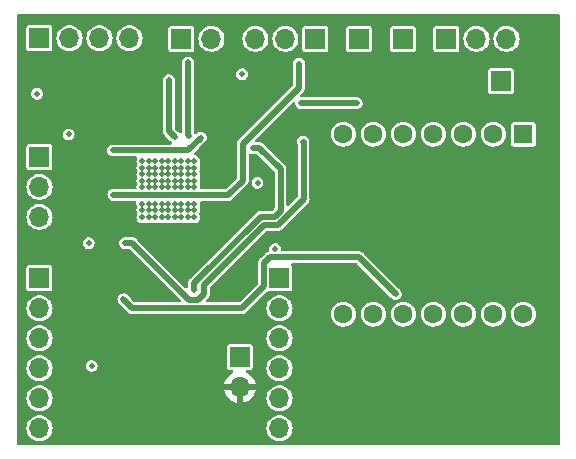
<source format=gbr>
%TF.GenerationSoftware,KiCad,Pcbnew,7.0.9*%
%TF.CreationDate,2024-04-10T12:07:57+02:00*%
%TF.ProjectId,Test_1,54657374-5f31-42e6-9b69-6361645f7063,rev?*%
%TF.SameCoordinates,Original*%
%TF.FileFunction,Copper,L3,Inr*%
%TF.FilePolarity,Positive*%
%FSLAX46Y46*%
G04 Gerber Fmt 4.6, Leading zero omitted, Abs format (unit mm)*
G04 Created by KiCad (PCBNEW 7.0.9) date 2024-04-10 12:07:57*
%MOMM*%
%LPD*%
G01*
G04 APERTURE LIST*
%TA.AperFunction,ComponentPad*%
%ADD10R,1.700000X1.700000*%
%TD*%
%TA.AperFunction,ComponentPad*%
%ADD11O,1.700000X1.700000*%
%TD*%
%TA.AperFunction,ComponentPad*%
%ADD12R,1.600000X1.600000*%
%TD*%
%TA.AperFunction,ComponentPad*%
%ADD13C,1.600000*%
%TD*%
%TA.AperFunction,ViaPad*%
%ADD14C,0.500000*%
%TD*%
%TA.AperFunction,Conductor*%
%ADD15C,0.500000*%
%TD*%
G04 APERTURE END LIST*
D10*
%TO.N,Net-(J6-Pin_1)*%
%TO.C,JP1*%
X113200000Y-121200000D03*
D11*
%TO.N,GND*%
X115740000Y-121200000D03*
X118280000Y-121200000D03*
%TD*%
D10*
%TO.N,Net-(J5-Pin_1)*%
%TO.C,JP2*%
X102100000Y-121200000D03*
D11*
%TO.N,Net-(D1-A1)*%
X99560000Y-121200000D03*
%TO.N,Net-(J1-Pin_4)*%
X97020000Y-121200000D03*
%TD*%
D10*
%TO.N,Net-(J6-Pin_1)*%
%TO.C,J6*%
X109500000Y-121200000D03*
%TD*%
%TO.N,GND*%
%TO.C,JP3*%
X78740000Y-131200000D03*
D11*
%TO.N,Net-(JP3-C)*%
X78740000Y-133740000D03*
%TO.N,/3.3V*%
X78740000Y-136280000D03*
%TD*%
D10*
%TO.N,Net-(J5-Pin_1)*%
%TO.C,J5*%
X105800000Y-121200000D03*
%TD*%
%TO.N,Net-(J2-Pin_1)*%
%TO.C,J2*%
X95700000Y-148125000D03*
D11*
%TO.N,/OUT+*%
X95700000Y-150665000D03*
%TD*%
D10*
%TO.N,Net-(J3-Pin_1)*%
%TO.C,J3*%
X90760000Y-121200000D03*
D11*
%TO.N,/3.3V*%
X93300000Y-121200000D03*
%TD*%
D12*
%TO.N,Net-(Q4-E)*%
%TO.C,U2*%
X119720000Y-129280000D03*
D13*
%TO.N,Net-(U2-PA4_A1_D1)*%
X117180000Y-129280000D03*
%TO.N,unconnected-(U2-PA10_A2_D2-Pad3)*%
X114640000Y-129280000D03*
%TO.N,unconnected-(U2-PA11_A3_D3-Pad4)*%
X112100000Y-129280000D03*
%TO.N,unconnected-(U2-PA8_A4_D4_SDA-Pad5)*%
X109560000Y-129280000D03*
%TO.N,unconnected-(U2-PA9_A5_D5_SCL-Pad6)*%
X107020000Y-129280000D03*
%TO.N,unconnected-(U2-PB08_A6_D6_TX-Pad7)*%
X104480000Y-129280000D03*
%TO.N,Net-(U1-NCS)*%
X104480000Y-144520000D03*
%TO.N,Net-(U1-SCK)*%
X107020000Y-144520000D03*
%TO.N,Net-(U1-SDO)*%
X109560000Y-144520000D03*
%TO.N,Net-(U1-SDI)*%
X112100000Y-144520000D03*
%TO.N,unconnected-(U2-3V3-Pad12)*%
X114640000Y-144520000D03*
%TO.N,GND*%
X117180000Y-144520000D03*
%TO.N,/3.3V*%
X119720000Y-144520000D03*
%TD*%
D10*
%TO.N,unconnected-(J1-Pin_1-Pad1)*%
%TO.C,J1*%
X78740000Y-121158000D03*
D11*
%TO.N,unconnected-(J1-Pin_2-Pad2)*%
X81280000Y-121158000D03*
%TO.N,GND*%
X83820000Y-121158000D03*
%TO.N,Net-(J1-Pin_4)*%
X86360000Y-121158000D03*
%TD*%
D10*
%TO.N,GND*%
%TO.C,J106*%
X99060000Y-141478000D03*
D11*
%TO.N,unconnected-(J106-Pin_2-Pad2)*%
X99060000Y-144018000D03*
%TO.N,unconnected-(J106-Pin_3-Pad3)*%
X99060000Y-146558000D03*
%TO.N,unconnected-(J106-Pin_4-Pad4)*%
X99060000Y-149098000D03*
%TO.N,unconnected-(J106-Pin_5-Pad5)*%
X99060000Y-151638000D03*
%TO.N,GND*%
X99060000Y-154178000D03*
%TD*%
D10*
%TO.N,/3.3V*%
%TO.C,J4*%
X117790000Y-124790000D03*
%TD*%
%TO.N,Net-(J105-Pin_1)*%
%TO.C,J105*%
X78740000Y-141478000D03*
D11*
%TO.N,unconnected-(J105-Pin_2-Pad2)*%
X78740000Y-144018000D03*
%TO.N,unconnected-(J105-Pin_3-Pad3)*%
X78740000Y-146558000D03*
%TO.N,unconnected-(J105-Pin_4-Pad4)*%
X78740000Y-149098000D03*
%TO.N,unconnected-(J105-Pin_5-Pad5)*%
X78740000Y-151638000D03*
%TO.N,Net-(J105-Pin_6)*%
X78740000Y-154178000D03*
%TD*%
D14*
%TO.N,Net-(U1-SDO)*%
X108900000Y-142800000D03*
X85850000Y-143250000D03*
%TO.N,GND*%
X88550000Y-135700000D03*
X91300000Y-131575000D03*
X87450000Y-131575000D03*
X91850000Y-131575000D03*
X89100000Y-136325000D03*
X90750000Y-135150000D03*
X89650000Y-136325000D03*
X88000000Y-132675000D03*
X91850000Y-136325000D03*
X87450000Y-135700000D03*
X90200000Y-132100000D03*
X89650000Y-135150000D03*
X87450000Y-133200000D03*
X91300000Y-132675000D03*
X88000000Y-135700000D03*
X87450000Y-133725000D03*
X91300000Y-133725000D03*
X88000000Y-136325000D03*
X88000000Y-132100000D03*
X91300000Y-132100000D03*
X91300000Y-133200000D03*
X87450000Y-132100000D03*
X78550000Y-125850000D03*
X87450000Y-132675000D03*
X81200000Y-129300000D03*
X87450000Y-135150000D03*
X89100000Y-132675000D03*
X89100000Y-132100000D03*
X90750000Y-136325000D03*
X91850000Y-132100000D03*
X90750000Y-132675000D03*
X91300000Y-135700000D03*
X91300000Y-136325000D03*
X87450000Y-136325000D03*
X91850000Y-132675000D03*
X98700000Y-139000000D03*
X88000000Y-133725000D03*
X91850000Y-133725000D03*
X88550000Y-135150000D03*
X90750000Y-132100000D03*
X83150000Y-148900000D03*
X89650000Y-133200000D03*
X91300000Y-135150000D03*
X91850000Y-135700000D03*
X90750000Y-133200000D03*
X88550000Y-131575000D03*
X90200000Y-132675000D03*
X88550000Y-136325000D03*
X91850000Y-133200000D03*
X90200000Y-133200000D03*
X88550000Y-132675000D03*
X90750000Y-135700000D03*
X89100000Y-133725000D03*
X89100000Y-131575000D03*
X88000000Y-131575000D03*
X89650000Y-132100000D03*
X90750000Y-131575000D03*
X82900000Y-138500000D03*
X95900000Y-124200000D03*
X89100000Y-135700000D03*
X88000000Y-135150000D03*
X88550000Y-133725000D03*
X90200000Y-133725000D03*
X90200000Y-135700000D03*
X91850000Y-135150000D03*
X89650000Y-132675000D03*
X89650000Y-135700000D03*
X90200000Y-135150000D03*
X90200000Y-131575000D03*
X89650000Y-133725000D03*
X90750000Y-133725000D03*
X88000000Y-133200000D03*
X89650000Y-131575000D03*
X89100000Y-133200000D03*
X90200000Y-136325000D03*
X88550000Y-133200000D03*
X88550000Y-132100000D03*
X89100000Y-135150000D03*
%TO.N,Net-(Q3-G)*%
X101050000Y-129900000D03*
X86000000Y-138500000D03*
%TO.N,Net-(Q4-B)*%
X100900000Y-126650000D03*
X105600000Y-126650000D03*
%TO.N,Net-(U1-INT)*%
X97200000Y-133400000D03*
%TO.N,Net-(U1-SW0)*%
X90200000Y-129500000D03*
X89700000Y-124700000D03*
%TO.N,Net-(JP3-C)*%
X84950000Y-130650000D03*
X92400000Y-129575000D03*
%TO.N,Net-(J2-Pin_1)*%
X91800000Y-142450000D03*
X96800000Y-130450000D03*
%TO.N,Net-(D1-A1)*%
X85000000Y-134400000D03*
X94700000Y-134450000D03*
X100700000Y-123300000D03*
%TO.N,/OUT+*%
X94903680Y-141078680D03*
X78550000Y-128550000D03*
X84100000Y-125800000D03*
X94200000Y-137500000D03*
%TO.N,Net-(J3-Pin_1)*%
X91369975Y-129425000D03*
X91300000Y-123200000D03*
%TD*%
D15*
%TO.N,Net-(U1-SDO)*%
X86600000Y-144000000D02*
X95900000Y-144000000D01*
X85850000Y-143250000D02*
X86600000Y-144000000D01*
X97760000Y-140178000D02*
X98238000Y-139700000D01*
X97760000Y-142140000D02*
X97760000Y-140178000D01*
X105800000Y-139700000D02*
X108900000Y-142800000D01*
X98238000Y-139700000D02*
X105800000Y-139700000D01*
X95900000Y-144000000D02*
X97760000Y-142140000D01*
%TO.N,Net-(Q3-G)*%
X98942032Y-136950000D02*
X97750000Y-136950000D01*
X101100000Y-134792032D02*
X98942032Y-136950000D01*
X86000000Y-138500000D02*
X86600000Y-138500000D01*
X86600000Y-138500000D02*
X91400000Y-143300000D01*
X92650000Y-142050000D02*
X92650000Y-142802082D01*
X92650000Y-142802082D02*
X92152082Y-143300000D01*
X101050000Y-129900000D02*
X101100000Y-129950000D01*
X101100000Y-129950000D02*
X101100000Y-134792032D01*
X97750000Y-136950000D02*
X92650000Y-142050000D01*
X92152082Y-143300000D02*
X91400000Y-143300000D01*
%TO.N,Net-(Q4-B)*%
X100900000Y-126650000D02*
X105600000Y-126650000D01*
%TO.N,Net-(U1-SW0)*%
X89700000Y-124700000D02*
X89700000Y-129000000D01*
X89700000Y-129000000D02*
X90200000Y-129500000D01*
%TO.N,Net-(JP3-C)*%
X84950000Y-130650000D02*
X91325000Y-130650000D01*
X91325000Y-130650000D02*
X92400000Y-129575000D01*
%TO.N,Net-(J2-Pin_1)*%
X99150000Y-135752082D02*
X99150000Y-132250000D01*
X97460050Y-136250000D02*
X98652082Y-136250000D01*
X91800000Y-142450000D02*
X91800000Y-141910050D01*
X98652082Y-136250000D02*
X99150000Y-135752082D01*
X97350000Y-130450000D02*
X96800000Y-130450000D01*
X91800000Y-141910050D02*
X97460050Y-136250000D01*
X99150000Y-132250000D02*
X97350000Y-130450000D01*
%TO.N,Net-(D1-A1)*%
X100700000Y-123300000D02*
X100700000Y-125347918D01*
X85000000Y-134400000D02*
X85050000Y-134450000D01*
X95950000Y-130097918D02*
X95950000Y-133200000D01*
X95950000Y-133200000D02*
X94700000Y-134450000D01*
X85050000Y-134450000D02*
X94700000Y-134450000D01*
X100700000Y-125347918D02*
X95950000Y-130097918D01*
%TO.N,Net-(J3-Pin_1)*%
X91300000Y-129355025D02*
X91369975Y-129425000D01*
X91300000Y-123200000D02*
X91300000Y-129355025D01*
%TD*%
%TA.AperFunction,Conductor*%
%TO.N,/OUT+*%
G36*
X122732539Y-119119685D02*
G01*
X122778294Y-119172489D01*
X122789500Y-119224000D01*
X122789500Y-155475500D01*
X122769815Y-155542539D01*
X122717011Y-155588294D01*
X122665500Y-155599500D01*
X76934500Y-155599500D01*
X76867461Y-155579815D01*
X76821706Y-155527011D01*
X76810500Y-155475500D01*
X76810500Y-154178000D01*
X77634785Y-154178000D01*
X77653602Y-154381082D01*
X77709417Y-154577247D01*
X77709422Y-154577260D01*
X77800327Y-154759821D01*
X77923237Y-154922581D01*
X78073958Y-155059980D01*
X78073960Y-155059982D01*
X78173141Y-155121392D01*
X78247363Y-155167348D01*
X78437544Y-155241024D01*
X78638024Y-155278500D01*
X78638026Y-155278500D01*
X78841974Y-155278500D01*
X78841976Y-155278500D01*
X79042456Y-155241024D01*
X79232637Y-155167348D01*
X79406041Y-155059981D01*
X79556764Y-154922579D01*
X79679673Y-154759821D01*
X79770582Y-154577250D01*
X79826397Y-154381083D01*
X79845215Y-154178000D01*
X97954785Y-154178000D01*
X97973602Y-154381082D01*
X98029417Y-154577247D01*
X98029422Y-154577260D01*
X98120327Y-154759821D01*
X98243237Y-154922581D01*
X98393958Y-155059980D01*
X98393960Y-155059982D01*
X98493141Y-155121392D01*
X98567363Y-155167348D01*
X98757544Y-155241024D01*
X98958024Y-155278500D01*
X98958026Y-155278500D01*
X99161974Y-155278500D01*
X99161976Y-155278500D01*
X99362456Y-155241024D01*
X99552637Y-155167348D01*
X99726041Y-155059981D01*
X99876764Y-154922579D01*
X99999673Y-154759821D01*
X100090582Y-154577250D01*
X100146397Y-154381083D01*
X100165215Y-154178000D01*
X100146397Y-153974917D01*
X100090582Y-153778750D01*
X99999673Y-153596179D01*
X99876764Y-153433421D01*
X99876762Y-153433418D01*
X99726041Y-153296019D01*
X99726039Y-153296017D01*
X99552642Y-153188655D01*
X99552635Y-153188651D01*
X99457546Y-153151814D01*
X99362456Y-153114976D01*
X99161976Y-153077500D01*
X98958024Y-153077500D01*
X98757544Y-153114976D01*
X98757541Y-153114976D01*
X98757541Y-153114977D01*
X98567364Y-153188651D01*
X98567357Y-153188655D01*
X98393960Y-153296017D01*
X98393958Y-153296019D01*
X98243237Y-153433418D01*
X98120327Y-153596178D01*
X98029422Y-153778739D01*
X98029417Y-153778752D01*
X97973602Y-153974917D01*
X97954785Y-154177999D01*
X97954785Y-154178000D01*
X79845215Y-154178000D01*
X79826397Y-153974917D01*
X79770582Y-153778750D01*
X79679673Y-153596179D01*
X79556764Y-153433421D01*
X79556762Y-153433418D01*
X79406041Y-153296019D01*
X79406039Y-153296017D01*
X79232642Y-153188655D01*
X79232635Y-153188651D01*
X79137546Y-153151814D01*
X79042456Y-153114976D01*
X78841976Y-153077500D01*
X78638024Y-153077500D01*
X78437544Y-153114976D01*
X78437541Y-153114976D01*
X78437541Y-153114977D01*
X78247364Y-153188651D01*
X78247357Y-153188655D01*
X78073960Y-153296017D01*
X78073958Y-153296019D01*
X77923237Y-153433418D01*
X77800327Y-153596178D01*
X77709422Y-153778739D01*
X77709417Y-153778752D01*
X77653602Y-153974917D01*
X77634785Y-154177999D01*
X77634785Y-154178000D01*
X76810500Y-154178000D01*
X76810500Y-151638000D01*
X77634785Y-151638000D01*
X77653602Y-151841082D01*
X77709417Y-152037247D01*
X77709422Y-152037260D01*
X77800327Y-152219821D01*
X77923237Y-152382581D01*
X78073958Y-152519980D01*
X78073960Y-152519982D01*
X78173141Y-152581392D01*
X78247363Y-152627348D01*
X78437544Y-152701024D01*
X78638024Y-152738500D01*
X78638026Y-152738500D01*
X78841974Y-152738500D01*
X78841976Y-152738500D01*
X79042456Y-152701024D01*
X79232637Y-152627348D01*
X79406041Y-152519981D01*
X79556764Y-152382579D01*
X79679673Y-152219821D01*
X79770582Y-152037250D01*
X79826397Y-151841083D01*
X79845215Y-151638000D01*
X79826397Y-151434917D01*
X79770582Y-151238750D01*
X79679673Y-151056179D01*
X79573060Y-150915000D01*
X94369364Y-150915000D01*
X94426567Y-151128486D01*
X94426570Y-151128492D01*
X94526399Y-151342578D01*
X94661894Y-151536082D01*
X94828917Y-151703105D01*
X95022421Y-151838600D01*
X95236507Y-151938429D01*
X95236516Y-151938433D01*
X95450000Y-151995634D01*
X95450000Y-151100501D01*
X95557685Y-151149680D01*
X95664237Y-151165000D01*
X95735763Y-151165000D01*
X95842315Y-151149680D01*
X95950000Y-151100501D01*
X95950000Y-151995633D01*
X96163483Y-151938433D01*
X96163492Y-151938429D01*
X96377578Y-151838600D01*
X96571082Y-151703105D01*
X96636187Y-151638000D01*
X97954785Y-151638000D01*
X97973602Y-151841082D01*
X98029417Y-152037247D01*
X98029422Y-152037260D01*
X98120327Y-152219821D01*
X98243237Y-152382581D01*
X98393958Y-152519980D01*
X98393960Y-152519982D01*
X98493141Y-152581392D01*
X98567363Y-152627348D01*
X98757544Y-152701024D01*
X98958024Y-152738500D01*
X98958026Y-152738500D01*
X99161974Y-152738500D01*
X99161976Y-152738500D01*
X99362456Y-152701024D01*
X99552637Y-152627348D01*
X99726041Y-152519981D01*
X99876764Y-152382579D01*
X99999673Y-152219821D01*
X100090582Y-152037250D01*
X100146397Y-151841083D01*
X100165215Y-151638000D01*
X100146397Y-151434917D01*
X100090582Y-151238750D01*
X99999673Y-151056179D01*
X99876764Y-150893421D01*
X99876762Y-150893418D01*
X99726041Y-150756019D01*
X99726039Y-150756017D01*
X99552642Y-150648655D01*
X99552635Y-150648651D01*
X99409268Y-150593111D01*
X99362456Y-150574976D01*
X99161976Y-150537500D01*
X98958024Y-150537500D01*
X98757544Y-150574976D01*
X98757541Y-150574976D01*
X98757541Y-150574977D01*
X98567364Y-150648651D01*
X98567357Y-150648655D01*
X98393960Y-150756017D01*
X98393958Y-150756019D01*
X98243237Y-150893418D01*
X98120327Y-151056178D01*
X98029422Y-151238739D01*
X98029417Y-151238752D01*
X97973602Y-151434917D01*
X97954785Y-151637999D01*
X97954785Y-151638000D01*
X96636187Y-151638000D01*
X96738105Y-151536082D01*
X96873600Y-151342578D01*
X96973429Y-151128492D01*
X96973432Y-151128486D01*
X97030636Y-150915000D01*
X96133686Y-150915000D01*
X96159493Y-150874844D01*
X96200000Y-150736889D01*
X96200000Y-150593111D01*
X96159493Y-150455156D01*
X96133686Y-150415000D01*
X97030636Y-150415000D01*
X97030635Y-150414999D01*
X96973432Y-150201513D01*
X96973429Y-150201507D01*
X96873600Y-149987422D01*
X96873599Y-149987420D01*
X96738113Y-149793926D01*
X96738108Y-149793920D01*
X96571082Y-149626894D01*
X96377578Y-149491399D01*
X96314277Y-149461882D01*
X96261838Y-149415710D01*
X96242686Y-149348516D01*
X96262902Y-149281635D01*
X96316067Y-149236300D01*
X96366682Y-149225500D01*
X96574676Y-149225500D01*
X96574677Y-149225499D01*
X96647740Y-149210966D01*
X96730601Y-149155601D01*
X96769088Y-149098000D01*
X97954785Y-149098000D01*
X97973602Y-149301082D01*
X98029417Y-149497247D01*
X98029422Y-149497260D01*
X98120327Y-149679821D01*
X98243237Y-149842581D01*
X98393958Y-149979980D01*
X98393960Y-149979982D01*
X98493141Y-150041392D01*
X98567363Y-150087348D01*
X98757544Y-150161024D01*
X98958024Y-150198500D01*
X98958026Y-150198500D01*
X99161974Y-150198500D01*
X99161976Y-150198500D01*
X99362456Y-150161024D01*
X99552637Y-150087348D01*
X99726041Y-149979981D01*
X99876764Y-149842579D01*
X99999673Y-149679821D01*
X100090582Y-149497250D01*
X100146397Y-149301083D01*
X100165215Y-149098000D01*
X100146397Y-148894917D01*
X100090582Y-148698750D01*
X99999673Y-148516179D01*
X99876764Y-148353421D01*
X99876762Y-148353418D01*
X99726041Y-148216019D01*
X99726039Y-148216017D01*
X99552642Y-148108655D01*
X99552635Y-148108651D01*
X99457546Y-148071814D01*
X99362456Y-148034976D01*
X99161976Y-147997500D01*
X98958024Y-147997500D01*
X98757544Y-148034976D01*
X98757541Y-148034976D01*
X98757541Y-148034977D01*
X98567364Y-148108651D01*
X98567357Y-148108655D01*
X98393960Y-148216017D01*
X98393958Y-148216019D01*
X98243237Y-148353418D01*
X98120327Y-148516178D01*
X98029422Y-148698739D01*
X98029417Y-148698752D01*
X97973602Y-148894917D01*
X97954785Y-149097999D01*
X97954785Y-149098000D01*
X96769088Y-149098000D01*
X96785966Y-149072740D01*
X96800500Y-148999674D01*
X96800500Y-147250326D01*
X96800500Y-147250323D01*
X96800499Y-147250321D01*
X96785967Y-147177264D01*
X96785966Y-147177260D01*
X96760950Y-147139821D01*
X96730601Y-147094399D01*
X96647740Y-147039034D01*
X96647739Y-147039033D01*
X96647735Y-147039032D01*
X96574677Y-147024500D01*
X96574674Y-147024500D01*
X94825326Y-147024500D01*
X94825323Y-147024500D01*
X94752264Y-147039032D01*
X94752260Y-147039033D01*
X94669399Y-147094399D01*
X94614033Y-147177260D01*
X94614032Y-147177264D01*
X94599500Y-147250321D01*
X94599500Y-148999678D01*
X94614032Y-149072735D01*
X94614033Y-149072739D01*
X94614034Y-149072740D01*
X94669399Y-149155601D01*
X94752260Y-149210966D01*
X94752264Y-149210967D01*
X94825321Y-149225499D01*
X94825324Y-149225500D01*
X95033318Y-149225500D01*
X95100357Y-149245185D01*
X95146112Y-149297989D01*
X95156056Y-149367147D01*
X95127031Y-149430703D01*
X95085723Y-149461882D01*
X95022422Y-149491399D01*
X95022420Y-149491400D01*
X94828926Y-149626886D01*
X94828920Y-149626891D01*
X94661891Y-149793920D01*
X94661886Y-149793926D01*
X94526400Y-149987420D01*
X94526399Y-149987422D01*
X94426570Y-150201507D01*
X94426567Y-150201513D01*
X94369364Y-150414999D01*
X94369364Y-150415000D01*
X95266314Y-150415000D01*
X95240507Y-150455156D01*
X95200000Y-150593111D01*
X95200000Y-150736889D01*
X95240507Y-150874844D01*
X95266314Y-150915000D01*
X94369364Y-150915000D01*
X79573060Y-150915000D01*
X79556764Y-150893421D01*
X79556762Y-150893418D01*
X79406041Y-150756019D01*
X79406039Y-150756017D01*
X79232642Y-150648655D01*
X79232635Y-150648651D01*
X79089268Y-150593111D01*
X79042456Y-150574976D01*
X78841976Y-150537500D01*
X78638024Y-150537500D01*
X78437544Y-150574976D01*
X78437541Y-150574976D01*
X78437541Y-150574977D01*
X78247364Y-150648651D01*
X78247357Y-150648655D01*
X78073960Y-150756017D01*
X78073958Y-150756019D01*
X77923237Y-150893418D01*
X77800327Y-151056178D01*
X77709422Y-151238739D01*
X77709417Y-151238752D01*
X77653602Y-151434917D01*
X77634785Y-151637999D01*
X77634785Y-151638000D01*
X76810500Y-151638000D01*
X76810500Y-149098000D01*
X77634785Y-149098000D01*
X77653602Y-149301082D01*
X77709417Y-149497247D01*
X77709422Y-149497260D01*
X77800327Y-149679821D01*
X77923237Y-149842581D01*
X78073958Y-149979980D01*
X78073960Y-149979982D01*
X78173141Y-150041392D01*
X78247363Y-150087348D01*
X78437544Y-150161024D01*
X78638024Y-150198500D01*
X78638026Y-150198500D01*
X78841974Y-150198500D01*
X78841976Y-150198500D01*
X79042456Y-150161024D01*
X79232637Y-150087348D01*
X79406041Y-149979981D01*
X79556764Y-149842579D01*
X79679673Y-149679821D01*
X79770582Y-149497250D01*
X79826397Y-149301083D01*
X79845215Y-149098000D01*
X79826868Y-148900000D01*
X82644353Y-148900000D01*
X82664834Y-149042456D01*
X82690200Y-149097999D01*
X82724623Y-149173373D01*
X82818872Y-149282143D01*
X82939947Y-149359953D01*
X82939950Y-149359954D01*
X82939949Y-149359954D01*
X83078036Y-149400499D01*
X83078038Y-149400500D01*
X83078039Y-149400500D01*
X83221962Y-149400500D01*
X83221962Y-149400499D01*
X83360053Y-149359953D01*
X83481128Y-149282143D01*
X83575377Y-149173373D01*
X83635165Y-149042457D01*
X83655647Y-148900000D01*
X83635165Y-148757543D01*
X83575377Y-148626627D01*
X83481128Y-148517857D01*
X83360053Y-148440047D01*
X83360051Y-148440046D01*
X83360049Y-148440045D01*
X83360050Y-148440045D01*
X83221963Y-148399500D01*
X83221961Y-148399500D01*
X83078039Y-148399500D01*
X83078036Y-148399500D01*
X82939949Y-148440045D01*
X82818873Y-148517856D01*
X82724623Y-148626626D01*
X82724622Y-148626628D01*
X82664834Y-148757543D01*
X82644353Y-148900000D01*
X79826868Y-148900000D01*
X79826397Y-148894917D01*
X79770582Y-148698750D01*
X79679673Y-148516179D01*
X79556764Y-148353421D01*
X79556762Y-148353418D01*
X79406041Y-148216019D01*
X79406039Y-148216017D01*
X79232642Y-148108655D01*
X79232635Y-148108651D01*
X79137546Y-148071814D01*
X79042456Y-148034976D01*
X78841976Y-147997500D01*
X78638024Y-147997500D01*
X78437544Y-148034976D01*
X78437541Y-148034976D01*
X78437541Y-148034977D01*
X78247364Y-148108651D01*
X78247357Y-148108655D01*
X78073960Y-148216017D01*
X78073958Y-148216019D01*
X77923237Y-148353418D01*
X77800327Y-148516178D01*
X77709422Y-148698739D01*
X77709417Y-148698752D01*
X77653602Y-148894917D01*
X77634785Y-149097999D01*
X77634785Y-149098000D01*
X76810500Y-149098000D01*
X76810500Y-146558000D01*
X77634785Y-146558000D01*
X77653602Y-146761082D01*
X77709417Y-146957247D01*
X77709422Y-146957260D01*
X77800327Y-147139821D01*
X77923237Y-147302581D01*
X78073958Y-147439980D01*
X78073960Y-147439982D01*
X78173141Y-147501392D01*
X78247363Y-147547348D01*
X78437544Y-147621024D01*
X78638024Y-147658500D01*
X78638026Y-147658500D01*
X78841974Y-147658500D01*
X78841976Y-147658500D01*
X79042456Y-147621024D01*
X79232637Y-147547348D01*
X79406041Y-147439981D01*
X79556764Y-147302579D01*
X79679673Y-147139821D01*
X79770582Y-146957250D01*
X79826397Y-146761083D01*
X79845215Y-146558000D01*
X97954785Y-146558000D01*
X97973602Y-146761082D01*
X98029417Y-146957247D01*
X98029422Y-146957260D01*
X98120327Y-147139821D01*
X98243237Y-147302581D01*
X98393958Y-147439980D01*
X98393960Y-147439982D01*
X98493141Y-147501392D01*
X98567363Y-147547348D01*
X98757544Y-147621024D01*
X98958024Y-147658500D01*
X98958026Y-147658500D01*
X99161974Y-147658500D01*
X99161976Y-147658500D01*
X99362456Y-147621024D01*
X99552637Y-147547348D01*
X99726041Y-147439981D01*
X99876764Y-147302579D01*
X99999673Y-147139821D01*
X100090582Y-146957250D01*
X100146397Y-146761083D01*
X100165215Y-146558000D01*
X100146397Y-146354917D01*
X100090582Y-146158750D01*
X99999673Y-145976179D01*
X99876764Y-145813421D01*
X99876762Y-145813418D01*
X99726041Y-145676019D01*
X99726039Y-145676017D01*
X99552642Y-145568655D01*
X99552635Y-145568651D01*
X99457546Y-145531814D01*
X99362456Y-145494976D01*
X99161976Y-145457500D01*
X98958024Y-145457500D01*
X98757544Y-145494976D01*
X98757541Y-145494976D01*
X98757541Y-145494977D01*
X98567364Y-145568651D01*
X98567357Y-145568655D01*
X98393960Y-145676017D01*
X98393958Y-145676019D01*
X98243237Y-145813418D01*
X98120327Y-145976178D01*
X98029422Y-146158739D01*
X98029417Y-146158752D01*
X97973602Y-146354917D01*
X97954785Y-146557999D01*
X97954785Y-146558000D01*
X79845215Y-146558000D01*
X79826397Y-146354917D01*
X79770582Y-146158750D01*
X79679673Y-145976179D01*
X79556764Y-145813421D01*
X79556762Y-145813418D01*
X79406041Y-145676019D01*
X79406039Y-145676017D01*
X79232642Y-145568655D01*
X79232635Y-145568651D01*
X79137546Y-145531814D01*
X79042456Y-145494976D01*
X78841976Y-145457500D01*
X78638024Y-145457500D01*
X78437544Y-145494976D01*
X78437541Y-145494976D01*
X78437541Y-145494977D01*
X78247364Y-145568651D01*
X78247357Y-145568655D01*
X78073960Y-145676017D01*
X78073958Y-145676019D01*
X77923237Y-145813418D01*
X77800327Y-145976178D01*
X77709422Y-146158739D01*
X77709417Y-146158752D01*
X77653602Y-146354917D01*
X77634785Y-146557999D01*
X77634785Y-146558000D01*
X76810500Y-146558000D01*
X76810500Y-144018000D01*
X77634785Y-144018000D01*
X77653602Y-144221082D01*
X77709417Y-144417247D01*
X77709422Y-144417260D01*
X77800327Y-144599821D01*
X77923237Y-144762581D01*
X78073958Y-144899980D01*
X78073960Y-144899982D01*
X78112680Y-144923956D01*
X78247363Y-145007348D01*
X78437544Y-145081024D01*
X78638024Y-145118500D01*
X78638026Y-145118500D01*
X78841974Y-145118500D01*
X78841976Y-145118500D01*
X79042456Y-145081024D01*
X79232637Y-145007348D01*
X79406041Y-144899981D01*
X79556764Y-144762579D01*
X79679673Y-144599821D01*
X79770582Y-144417250D01*
X79826397Y-144221083D01*
X79845215Y-144018000D01*
X79837389Y-143933547D01*
X79826397Y-143814917D01*
X79814638Y-143773589D01*
X79770582Y-143618750D01*
X79757731Y-143592942D01*
X79711203Y-143499500D01*
X79679673Y-143436179D01*
X79577851Y-143301345D01*
X79556762Y-143273418D01*
X79406041Y-143136019D01*
X79406039Y-143136017D01*
X79232642Y-143028655D01*
X79232635Y-143028651D01*
X79086413Y-142972005D01*
X79042456Y-142954976D01*
X78841976Y-142917500D01*
X78638024Y-142917500D01*
X78437544Y-142954976D01*
X78437541Y-142954976D01*
X78437541Y-142954977D01*
X78247364Y-143028651D01*
X78247357Y-143028655D01*
X78073960Y-143136017D01*
X78073958Y-143136019D01*
X77923237Y-143273418D01*
X77800327Y-143436178D01*
X77709422Y-143618739D01*
X77709417Y-143618752D01*
X77653602Y-143814917D01*
X77634785Y-144017999D01*
X77634785Y-144018000D01*
X76810500Y-144018000D01*
X76810500Y-142352678D01*
X77639500Y-142352678D01*
X77654032Y-142425735D01*
X77654033Y-142425739D01*
X77654034Y-142425740D01*
X77709399Y-142508601D01*
X77761084Y-142543135D01*
X77792260Y-142563966D01*
X77792264Y-142563967D01*
X77865321Y-142578499D01*
X77865324Y-142578500D01*
X77865326Y-142578500D01*
X79614676Y-142578500D01*
X79614677Y-142578499D01*
X79687740Y-142563966D01*
X79770601Y-142508601D01*
X79825966Y-142425740D01*
X79840500Y-142352674D01*
X79840500Y-140603326D01*
X79840500Y-140603323D01*
X79840499Y-140603321D01*
X79825967Y-140530264D01*
X79825966Y-140530260D01*
X79770601Y-140447399D01*
X79687740Y-140392034D01*
X79687739Y-140392033D01*
X79687735Y-140392032D01*
X79614677Y-140377500D01*
X79614674Y-140377500D01*
X77865326Y-140377500D01*
X77865323Y-140377500D01*
X77792264Y-140392032D01*
X77792260Y-140392033D01*
X77709399Y-140447399D01*
X77654033Y-140530260D01*
X77654032Y-140530264D01*
X77639500Y-140603321D01*
X77639500Y-142352678D01*
X76810500Y-142352678D01*
X76810500Y-138500000D01*
X82394353Y-138500000D01*
X82414834Y-138642456D01*
X82463283Y-138748543D01*
X82474623Y-138773373D01*
X82568872Y-138882143D01*
X82689947Y-138959953D01*
X82689950Y-138959954D01*
X82689949Y-138959954D01*
X82775805Y-138985163D01*
X82826336Y-139000000D01*
X82828036Y-139000499D01*
X82828038Y-139000500D01*
X82828039Y-139000500D01*
X82971962Y-139000500D01*
X82971962Y-139000499D01*
X83110053Y-138959953D01*
X83231128Y-138882143D01*
X83325377Y-138773373D01*
X83385165Y-138642457D01*
X83405647Y-138500000D01*
X83385165Y-138357543D01*
X83325377Y-138226627D01*
X83231128Y-138117857D01*
X83110053Y-138040047D01*
X83110051Y-138040046D01*
X83110049Y-138040045D01*
X83110050Y-138040045D01*
X82971963Y-137999500D01*
X82971961Y-137999500D01*
X82828039Y-137999500D01*
X82828036Y-137999500D01*
X82689949Y-138040045D01*
X82568873Y-138117856D01*
X82568872Y-138117856D01*
X82568872Y-138117857D01*
X82556716Y-138131886D01*
X82474623Y-138226626D01*
X82474622Y-138226628D01*
X82414834Y-138357543D01*
X82394353Y-138500000D01*
X76810500Y-138500000D01*
X76810500Y-136280000D01*
X77634785Y-136280000D01*
X77653602Y-136483082D01*
X77709417Y-136679247D01*
X77709422Y-136679260D01*
X77800327Y-136861821D01*
X77923237Y-137024581D01*
X78073958Y-137161980D01*
X78073960Y-137161982D01*
X78173141Y-137223392D01*
X78247363Y-137269348D01*
X78437544Y-137343024D01*
X78638024Y-137380500D01*
X78638026Y-137380500D01*
X78841974Y-137380500D01*
X78841976Y-137380500D01*
X79042456Y-137343024D01*
X79232637Y-137269348D01*
X79406041Y-137161981D01*
X79556764Y-137024579D01*
X79679673Y-136861821D01*
X79770582Y-136679250D01*
X79826397Y-136483083D01*
X79845215Y-136280000D01*
X79836184Y-136182543D01*
X79826397Y-136076917D01*
X79819201Y-136051627D01*
X79770582Y-135880750D01*
X79760269Y-135860039D01*
X79723594Y-135786384D01*
X79679673Y-135698179D01*
X79573471Y-135557545D01*
X79556762Y-135535418D01*
X79406041Y-135398019D01*
X79406039Y-135398017D01*
X79232642Y-135290655D01*
X79232635Y-135290651D01*
X79137546Y-135253814D01*
X79042456Y-135216976D01*
X78841976Y-135179500D01*
X78638024Y-135179500D01*
X78437544Y-135216976D01*
X78437541Y-135216976D01*
X78437541Y-135216977D01*
X78247364Y-135290651D01*
X78247357Y-135290655D01*
X78073960Y-135398017D01*
X78073958Y-135398019D01*
X77923237Y-135535418D01*
X77800327Y-135698178D01*
X77709422Y-135880739D01*
X77709417Y-135880752D01*
X77653602Y-136076917D01*
X77634785Y-136279999D01*
X77634785Y-136280000D01*
X76810500Y-136280000D01*
X76810500Y-133740000D01*
X77634785Y-133740000D01*
X77653602Y-133943082D01*
X77709417Y-134139247D01*
X77709422Y-134139260D01*
X77800327Y-134321821D01*
X77923237Y-134484581D01*
X77986725Y-134542457D01*
X78072923Y-134621037D01*
X78073958Y-134621980D01*
X78073960Y-134621982D01*
X78106822Y-134642329D01*
X78247363Y-134729348D01*
X78437544Y-134803024D01*
X78638024Y-134840500D01*
X78638026Y-134840500D01*
X78841974Y-134840500D01*
X78841976Y-134840500D01*
X79042456Y-134803024D01*
X79232637Y-134729348D01*
X79406041Y-134621981D01*
X79556764Y-134484579D01*
X79679673Y-134321821D01*
X79770582Y-134139250D01*
X79826397Y-133943083D01*
X79845215Y-133740000D01*
X79826397Y-133536917D01*
X79770582Y-133340750D01*
X79756262Y-133311992D01*
X79700497Y-133200000D01*
X79679673Y-133158179D01*
X79603676Y-133057542D01*
X79556762Y-132995418D01*
X79406041Y-132858019D01*
X79406039Y-132858017D01*
X79232642Y-132750655D01*
X79232635Y-132750651D01*
X79137546Y-132713814D01*
X79042456Y-132676976D01*
X78841976Y-132639500D01*
X78638024Y-132639500D01*
X78437544Y-132676976D01*
X78437541Y-132676976D01*
X78437541Y-132676977D01*
X78247364Y-132750651D01*
X78247357Y-132750655D01*
X78073960Y-132858017D01*
X78073958Y-132858019D01*
X77923237Y-132995418D01*
X77800327Y-133158178D01*
X77709422Y-133340739D01*
X77709417Y-133340752D01*
X77653602Y-133536917D01*
X77634785Y-133739999D01*
X77634785Y-133740000D01*
X76810500Y-133740000D01*
X76810500Y-132074678D01*
X77639500Y-132074678D01*
X77654032Y-132147735D01*
X77654033Y-132147739D01*
X77654034Y-132147740D01*
X77709399Y-132230601D01*
X77792260Y-132285966D01*
X77792264Y-132285967D01*
X77865321Y-132300499D01*
X77865324Y-132300500D01*
X77865326Y-132300500D01*
X79614676Y-132300500D01*
X79614677Y-132300499D01*
X79687740Y-132285966D01*
X79770601Y-132230601D01*
X79825966Y-132147740D01*
X79840500Y-132074674D01*
X79840500Y-130649999D01*
X84444353Y-130649999D01*
X84448238Y-130677020D01*
X84449500Y-130694667D01*
X84449500Y-130721964D01*
X84457188Y-130748148D01*
X84460949Y-130765432D01*
X84464835Y-130792457D01*
X84464835Y-130792459D01*
X84476172Y-130817282D01*
X84482355Y-130833858D01*
X84490046Y-130860051D01*
X84490047Y-130860053D01*
X84504806Y-130883019D01*
X84513282Y-130898541D01*
X84524623Y-130923373D01*
X84525016Y-130923826D01*
X84542496Y-130944000D01*
X84553095Y-130958160D01*
X84567853Y-130981123D01*
X84567857Y-130981128D01*
X84588488Y-130999006D01*
X84600992Y-131011510D01*
X84616340Y-131029221D01*
X84618872Y-131032143D01*
X84641844Y-131046905D01*
X84655996Y-131057500D01*
X84676627Y-131075377D01*
X84693135Y-131082916D01*
X84701451Y-131086714D01*
X84716978Y-131095192D01*
X84739947Y-131109953D01*
X84766136Y-131117643D01*
X84782713Y-131123826D01*
X84807538Y-131135163D01*
X84807539Y-131135163D01*
X84807543Y-131135165D01*
X84834564Y-131139050D01*
X84851846Y-131142809D01*
X84878039Y-131150500D01*
X84914201Y-131150500D01*
X86900693Y-131150500D01*
X86967732Y-131170185D01*
X87013487Y-131222989D01*
X87023431Y-131292147D01*
X87013487Y-131326012D01*
X86964834Y-131432543D01*
X86944353Y-131575000D01*
X86964834Y-131717456D01*
X86964835Y-131717457D01*
X86996132Y-131785989D01*
X87006075Y-131855148D01*
X86996132Y-131889011D01*
X86964835Y-131957542D01*
X86964834Y-131957543D01*
X86944353Y-132100000D01*
X86964834Y-132242457D01*
X86964835Y-132242458D01*
X87007549Y-132335989D01*
X87017493Y-132405147D01*
X87007549Y-132439011D01*
X86964835Y-132532541D01*
X86964834Y-132532542D01*
X86944353Y-132675000D01*
X86964834Y-132817456D01*
X86964835Y-132817457D01*
X86996132Y-132885989D01*
X87006075Y-132955148D01*
X86996132Y-132989011D01*
X86964835Y-133057542D01*
X86964834Y-133057543D01*
X86944353Y-133200000D01*
X86964834Y-133342456D01*
X86964835Y-133342457D01*
X86996132Y-133410989D01*
X87006075Y-133480148D01*
X86996132Y-133514011D01*
X86964835Y-133582542D01*
X86964834Y-133582543D01*
X86944353Y-133725000D01*
X86956265Y-133807854D01*
X86946321Y-133877012D01*
X86900566Y-133929816D01*
X86833527Y-133949500D01*
X85257727Y-133949500D01*
X85218996Y-133941073D01*
X85218564Y-133942546D01*
X85205428Y-133938689D01*
X85160279Y-133925432D01*
X85156095Y-133924040D01*
X85107483Y-133905909D01*
X85102671Y-133905564D01*
X85076589Y-133900858D01*
X85071964Y-133899500D01*
X85071961Y-133899500D01*
X85020094Y-133899500D01*
X85015671Y-133899342D01*
X84998083Y-133898084D01*
X84963929Y-133895641D01*
X84963925Y-133895641D01*
X84959215Y-133896666D01*
X84932857Y-133899500D01*
X84928039Y-133899500D01*
X84878276Y-133914109D01*
X84873991Y-133915203D01*
X84823302Y-133926231D01*
X84823289Y-133926236D01*
X84819057Y-133928547D01*
X84794576Y-133938687D01*
X84789947Y-133940047D01*
X84789944Y-133940048D01*
X84746311Y-133968088D01*
X84742507Y-133970345D01*
X84696973Y-133995211D01*
X84693559Y-133998625D01*
X84672938Y-134015243D01*
X84668876Y-134017854D01*
X84668867Y-134017861D01*
X84634899Y-134057062D01*
X84631883Y-134060301D01*
X84595210Y-134096973D01*
X84595207Y-134096979D01*
X84592889Y-134101223D01*
X84577788Y-134122973D01*
X84574624Y-134126625D01*
X84574618Y-134126634D01*
X84553071Y-134173815D01*
X84551090Y-134177773D01*
X84526233Y-134223296D01*
X84525208Y-134228009D01*
X84516839Y-134253155D01*
X84514834Y-134257544D01*
X84507451Y-134308892D01*
X84506665Y-134313246D01*
X84495641Y-134363927D01*
X84495985Y-134368743D01*
X84495039Y-134395221D01*
X84494353Y-134399994D01*
X84494353Y-134400002D01*
X84501734Y-134451345D01*
X84502207Y-134455744D01*
X84505909Y-134507486D01*
X84507593Y-134512000D01*
X84514148Y-134537682D01*
X84514834Y-134542455D01*
X84514835Y-134542457D01*
X84536383Y-134589642D01*
X84538071Y-134593716D01*
X84556203Y-134642329D01*
X84559096Y-134646194D01*
X84572617Y-134668983D01*
X84574619Y-134673367D01*
X84574622Y-134673371D01*
X84574623Y-134673373D01*
X84608598Y-134712583D01*
X84611362Y-134716013D01*
X84620775Y-134728588D01*
X84620788Y-134728603D01*
X84631880Y-134739695D01*
X84634896Y-134742934D01*
X84661686Y-134773850D01*
X84662552Y-134775007D01*
X84668330Y-134781674D01*
X84675033Y-134787480D01*
X84676166Y-134788328D01*
X84707064Y-134815101D01*
X84710290Y-134818104D01*
X84721407Y-134829221D01*
X84721412Y-134829224D01*
X84721417Y-134829229D01*
X84733979Y-134838633D01*
X84737427Y-134841411D01*
X84767947Y-134867856D01*
X84776627Y-134875377D01*
X84781010Y-134877379D01*
X84803807Y-134890905D01*
X84807669Y-134893796D01*
X84856295Y-134911932D01*
X84860351Y-134913612D01*
X84869174Y-134917642D01*
X84907540Y-134935164D01*
X84907541Y-134935164D01*
X84907543Y-134935165D01*
X84912312Y-134935850D01*
X84938002Y-134942407D01*
X84942517Y-134944091D01*
X84994258Y-134947791D01*
X84998657Y-134948264D01*
X85014201Y-134950500D01*
X85029906Y-134950500D01*
X85034328Y-134950657D01*
X85086073Y-134954359D01*
X85090785Y-134953334D01*
X85117143Y-134950500D01*
X86829933Y-134950500D01*
X86896972Y-134970185D01*
X86942727Y-135022989D01*
X86952671Y-135092147D01*
X86944353Y-135150000D01*
X86964834Y-135292455D01*
X87001841Y-135373489D01*
X87011784Y-135442648D01*
X87001841Y-135476511D01*
X86964834Y-135557544D01*
X86944353Y-135700000D01*
X86964834Y-135842457D01*
X86964835Y-135842458D01*
X87018966Y-135960989D01*
X87028910Y-136030147D01*
X87018966Y-136064011D01*
X86964835Y-136182541D01*
X86964834Y-136182542D01*
X86944353Y-136325000D01*
X86964834Y-136467456D01*
X86971971Y-136483083D01*
X87024623Y-136598373D01*
X87118872Y-136707143D01*
X87239947Y-136784953D01*
X87239950Y-136784954D01*
X87239949Y-136784954D01*
X87378036Y-136825499D01*
X87378038Y-136825500D01*
X87378039Y-136825500D01*
X87521962Y-136825500D01*
X87521962Y-136825499D01*
X87660053Y-136784953D01*
X87660054Y-136784951D01*
X87668118Y-136781270D01*
X87668941Y-136783073D01*
X87724997Y-136766613D01*
X87781058Y-136783072D01*
X87781882Y-136781270D01*
X87789949Y-136784954D01*
X87928036Y-136825499D01*
X87928038Y-136825500D01*
X87928039Y-136825500D01*
X88071962Y-136825500D01*
X88071962Y-136825499D01*
X88210053Y-136784953D01*
X88210054Y-136784951D01*
X88218118Y-136781270D01*
X88218941Y-136783073D01*
X88274997Y-136766613D01*
X88331058Y-136783072D01*
X88331882Y-136781270D01*
X88339949Y-136784954D01*
X88478036Y-136825499D01*
X88478038Y-136825500D01*
X88478039Y-136825500D01*
X88621962Y-136825500D01*
X88621962Y-136825499D01*
X88760053Y-136784953D01*
X88760054Y-136784951D01*
X88768118Y-136781270D01*
X88768941Y-136783073D01*
X88824997Y-136766613D01*
X88881058Y-136783072D01*
X88881882Y-136781270D01*
X88889949Y-136784954D01*
X89028036Y-136825499D01*
X89028038Y-136825500D01*
X89028039Y-136825500D01*
X89171962Y-136825500D01*
X89171962Y-136825499D01*
X89310053Y-136784953D01*
X89310054Y-136784951D01*
X89318118Y-136781270D01*
X89318941Y-136783073D01*
X89374997Y-136766613D01*
X89431058Y-136783072D01*
X89431882Y-136781270D01*
X89439949Y-136784954D01*
X89578036Y-136825499D01*
X89578038Y-136825500D01*
X89578039Y-136825500D01*
X89721962Y-136825500D01*
X89721962Y-136825499D01*
X89860053Y-136784953D01*
X89860054Y-136784951D01*
X89868118Y-136781270D01*
X89868941Y-136783073D01*
X89924997Y-136766613D01*
X89981058Y-136783072D01*
X89981882Y-136781270D01*
X89989949Y-136784954D01*
X90128036Y-136825499D01*
X90128038Y-136825500D01*
X90128039Y-136825500D01*
X90271962Y-136825500D01*
X90271962Y-136825499D01*
X90410053Y-136784953D01*
X90410054Y-136784951D01*
X90418118Y-136781270D01*
X90418941Y-136783073D01*
X90474997Y-136766613D01*
X90531058Y-136783072D01*
X90531882Y-136781270D01*
X90539949Y-136784954D01*
X90678036Y-136825499D01*
X90678038Y-136825500D01*
X90678039Y-136825500D01*
X90821962Y-136825500D01*
X90821962Y-136825499D01*
X90960053Y-136784953D01*
X90960054Y-136784951D01*
X90968118Y-136781270D01*
X90968941Y-136783073D01*
X91024997Y-136766613D01*
X91081058Y-136783072D01*
X91081882Y-136781270D01*
X91089949Y-136784954D01*
X91228036Y-136825499D01*
X91228038Y-136825500D01*
X91228039Y-136825500D01*
X91371962Y-136825500D01*
X91371962Y-136825499D01*
X91510053Y-136784953D01*
X91510054Y-136784951D01*
X91518118Y-136781270D01*
X91518941Y-136783073D01*
X91574997Y-136766613D01*
X91631058Y-136783072D01*
X91631882Y-136781270D01*
X91639949Y-136784954D01*
X91778036Y-136825499D01*
X91778038Y-136825500D01*
X91778039Y-136825500D01*
X91921962Y-136825500D01*
X91921962Y-136825499D01*
X92060053Y-136784953D01*
X92181128Y-136707143D01*
X92275377Y-136598373D01*
X92335165Y-136467457D01*
X92355647Y-136325000D01*
X92335165Y-136182543D01*
X92281032Y-136064011D01*
X92271089Y-135994853D01*
X92281033Y-135960988D01*
X92335165Y-135842457D01*
X92355647Y-135700000D01*
X92335165Y-135557543D01*
X92298157Y-135476508D01*
X92288214Y-135407354D01*
X92298155Y-135373495D01*
X92335165Y-135292457D01*
X92355647Y-135150000D01*
X92347329Y-135092146D01*
X92357273Y-135022988D01*
X92403028Y-134970184D01*
X92470067Y-134950500D01*
X94628039Y-134950500D01*
X94632857Y-134950500D01*
X94659215Y-134953334D01*
X94663927Y-134954359D01*
X94715671Y-134950657D01*
X94720094Y-134950500D01*
X94771960Y-134950500D01*
X94771961Y-134950500D01*
X94776573Y-134949145D01*
X94802678Y-134944434D01*
X94807483Y-134944091D01*
X94811995Y-134942407D01*
X94837685Y-134935850D01*
X94842457Y-134935165D01*
X94867292Y-134923822D01*
X94883862Y-134917642D01*
X94910053Y-134909953D01*
X94914110Y-134907345D01*
X94937821Y-134895478D01*
X94938087Y-134895378D01*
X94942331Y-134893796D01*
X94946193Y-134890904D01*
X94968992Y-134877377D01*
X94973373Y-134875377D01*
X94993999Y-134857502D01*
X95008150Y-134846908D01*
X95031128Y-134832143D01*
X95049008Y-134811507D01*
X95061507Y-134799008D01*
X95082143Y-134781128D01*
X95084751Y-134777068D01*
X95101381Y-134756431D01*
X96256431Y-133601381D01*
X96277068Y-133584751D01*
X96281128Y-133582143D01*
X96315109Y-133542925D01*
X96318092Y-133539720D01*
X96329221Y-133528593D01*
X96338637Y-133516014D01*
X96341417Y-133512564D01*
X96375377Y-133473373D01*
X96377375Y-133468995D01*
X96390907Y-133446189D01*
X96393796Y-133442331D01*
X96409583Y-133400000D01*
X96694353Y-133400000D01*
X96714834Y-133542456D01*
X96737441Y-133591957D01*
X96774623Y-133673373D01*
X96868872Y-133782143D01*
X96989947Y-133859953D01*
X96989950Y-133859954D01*
X96989949Y-133859954D01*
X97048045Y-133877012D01*
X97124633Y-133899500D01*
X97128036Y-133900499D01*
X97128038Y-133900500D01*
X97128039Y-133900500D01*
X97271962Y-133900500D01*
X97271962Y-133900499D01*
X97410053Y-133859953D01*
X97531128Y-133782143D01*
X97625377Y-133673373D01*
X97685165Y-133542457D01*
X97705647Y-133400000D01*
X97685165Y-133257543D01*
X97625377Y-133126627D01*
X97531128Y-133017857D01*
X97410053Y-132940047D01*
X97410051Y-132940046D01*
X97410049Y-132940045D01*
X97410050Y-132940045D01*
X97271963Y-132899500D01*
X97271961Y-132899500D01*
X97128039Y-132899500D01*
X97128036Y-132899500D01*
X96989949Y-132940045D01*
X96868873Y-133017856D01*
X96774623Y-133126626D01*
X96774622Y-133126628D01*
X96714834Y-133257543D01*
X96694353Y-133400000D01*
X96409583Y-133400000D01*
X96411922Y-133393728D01*
X96413614Y-133389645D01*
X96435165Y-133342457D01*
X96435850Y-133337685D01*
X96442409Y-133311992D01*
X96444091Y-133307483D01*
X96447791Y-133255740D01*
X96448265Y-133251340D01*
X96450500Y-133235799D01*
X96450500Y-133220094D01*
X96450658Y-133215669D01*
X96451779Y-133200000D01*
X96454359Y-133163927D01*
X96453332Y-133159206D01*
X96450500Y-133132858D01*
X96450500Y-131034652D01*
X96470185Y-130967613D01*
X96522989Y-130921858D01*
X96592147Y-130911914D01*
X96609430Y-130915673D01*
X96616142Y-130917644D01*
X96632713Y-130923826D01*
X96657538Y-130935163D01*
X96657539Y-130935163D01*
X96657543Y-130935165D01*
X96684564Y-130939050D01*
X96701846Y-130942809D01*
X96728039Y-130950500D01*
X96764201Y-130950500D01*
X97091324Y-130950500D01*
X97158363Y-130970185D01*
X97179005Y-130986819D01*
X98613181Y-132420995D01*
X98646666Y-132482318D01*
X98649500Y-132508676D01*
X98649500Y-135493406D01*
X98629815Y-135560445D01*
X98613181Y-135581087D01*
X98481087Y-135713181D01*
X98419764Y-135746666D01*
X98393406Y-135749500D01*
X97527188Y-135749500D01*
X97500831Y-135746666D01*
X97496126Y-135745642D01*
X97496118Y-135745642D01*
X97451407Y-135748840D01*
X97444387Y-135749342D01*
X97439965Y-135749500D01*
X97424249Y-135749500D01*
X97408696Y-135751736D01*
X97404300Y-135752208D01*
X97352567Y-135755909D01*
X97352564Y-135755910D01*
X97348046Y-135757595D01*
X97322370Y-135764148D01*
X97317591Y-135764835D01*
X97270405Y-135786384D01*
X97266317Y-135788077D01*
X97217718Y-135806205D01*
X97217717Y-135806206D01*
X97213852Y-135809099D01*
X97191070Y-135822616D01*
X97186681Y-135824620D01*
X97186680Y-135824621D01*
X97186678Y-135824622D01*
X97186677Y-135824623D01*
X97172244Y-135837128D01*
X97147467Y-135858597D01*
X97144023Y-135861372D01*
X97131456Y-135870780D01*
X97131453Y-135870783D01*
X97120340Y-135881893D01*
X97117106Y-135884904D01*
X97077912Y-135918866D01*
X97077904Y-135918876D01*
X97075293Y-135922938D01*
X97058666Y-135943568D01*
X91493568Y-141508666D01*
X91472938Y-141525293D01*
X91468876Y-141527904D01*
X91468867Y-141527911D01*
X91434905Y-141567105D01*
X91431892Y-141570341D01*
X91420781Y-141581452D01*
X91411354Y-141594046D01*
X91408587Y-141597478D01*
X91395375Y-141612726D01*
X91374623Y-141636676D01*
X91374617Y-141636686D01*
X91372615Y-141641070D01*
X91359100Y-141663849D01*
X91356206Y-141667714D01*
X91356200Y-141667725D01*
X91338078Y-141716314D01*
X91336385Y-141720403D01*
X91314835Y-141767593D01*
X91314833Y-141767600D01*
X91314146Y-141772377D01*
X91307598Y-141798036D01*
X91305910Y-141802563D01*
X91305909Y-141802567D01*
X91302207Y-141854310D01*
X91301734Y-141858706D01*
X91299500Y-141874249D01*
X91299500Y-141889954D01*
X91299342Y-141894379D01*
X91295641Y-141946119D01*
X91295641Y-141946123D01*
X91296666Y-141950835D01*
X91299500Y-141977193D01*
X91299500Y-142192324D01*
X91279815Y-142259363D01*
X91227011Y-142305118D01*
X91157853Y-142315062D01*
X91094297Y-142286037D01*
X91087819Y-142280005D01*
X87001385Y-138193571D01*
X86984750Y-138172928D01*
X86982145Y-138168874D01*
X86982142Y-138168871D01*
X86954810Y-138145188D01*
X86942932Y-138134896D01*
X86939700Y-138131886D01*
X86928596Y-138120782D01*
X86928588Y-138120775D01*
X86916013Y-138111362D01*
X86912583Y-138108598D01*
X86873373Y-138074623D01*
X86873371Y-138074622D01*
X86873367Y-138074619D01*
X86868983Y-138072617D01*
X86846194Y-138059096D01*
X86842331Y-138056204D01*
X86842329Y-138056203D01*
X86793716Y-138038071D01*
X86789642Y-138036383D01*
X86742457Y-138014835D01*
X86742455Y-138014834D01*
X86737682Y-138014148D01*
X86712000Y-138007593D01*
X86707485Y-138005909D01*
X86655740Y-138002207D01*
X86651343Y-138001734D01*
X86635799Y-137999500D01*
X86620094Y-137999500D01*
X86615671Y-137999342D01*
X86598083Y-137998084D01*
X86563929Y-137995641D01*
X86563925Y-137995641D01*
X86559215Y-137996666D01*
X86532857Y-137999500D01*
X86071961Y-137999500D01*
X85928039Y-137999500D01*
X85928036Y-137999500D01*
X85928034Y-137999501D01*
X85901842Y-138007190D01*
X85884568Y-138010948D01*
X85857544Y-138014834D01*
X85857541Y-138014835D01*
X85832710Y-138026175D01*
X85816141Y-138032355D01*
X85803171Y-138036163D01*
X85789947Y-138040047D01*
X85789945Y-138040047D01*
X85789945Y-138040048D01*
X85766982Y-138054805D01*
X85751461Y-138063280D01*
X85726628Y-138074621D01*
X85726625Y-138074623D01*
X85706000Y-138092495D01*
X85691840Y-138103095D01*
X85668876Y-138117853D01*
X85668871Y-138117857D01*
X85650993Y-138138489D01*
X85638489Y-138150993D01*
X85617857Y-138168871D01*
X85617853Y-138168876D01*
X85603095Y-138191840D01*
X85592495Y-138206000D01*
X85574623Y-138226625D01*
X85574621Y-138226628D01*
X85563280Y-138251461D01*
X85554805Y-138266982D01*
X85540047Y-138289946D01*
X85532355Y-138316141D01*
X85526175Y-138332711D01*
X85514835Y-138357543D01*
X85510949Y-138384568D01*
X85507189Y-138401851D01*
X85499500Y-138428039D01*
X85499500Y-138455331D01*
X85498238Y-138472977D01*
X85494353Y-138499999D01*
X85498238Y-138527020D01*
X85499500Y-138544667D01*
X85499500Y-138571964D01*
X85507188Y-138598148D01*
X85510949Y-138615432D01*
X85514835Y-138642457D01*
X85514835Y-138642459D01*
X85526172Y-138667282D01*
X85532355Y-138683858D01*
X85540047Y-138710053D01*
X85550697Y-138726626D01*
X85554806Y-138733019D01*
X85563282Y-138748541D01*
X85574623Y-138773373D01*
X85586437Y-138787007D01*
X85592496Y-138794000D01*
X85603095Y-138808160D01*
X85617853Y-138831123D01*
X85617857Y-138831128D01*
X85638488Y-138849006D01*
X85650992Y-138861510D01*
X85668871Y-138882142D01*
X85668872Y-138882143D01*
X85691844Y-138896905D01*
X85705996Y-138907500D01*
X85726627Y-138925377D01*
X85749899Y-138936005D01*
X85751451Y-138936714D01*
X85766978Y-138945192D01*
X85789947Y-138959953D01*
X85816136Y-138967643D01*
X85832713Y-138973826D01*
X85857538Y-138985163D01*
X85857539Y-138985163D01*
X85857543Y-138985165D01*
X85884564Y-138989050D01*
X85901846Y-138992809D01*
X85928039Y-139000500D01*
X85964201Y-139000500D01*
X86341324Y-139000500D01*
X86408363Y-139020185D01*
X86429005Y-139036819D01*
X90680005Y-143287819D01*
X90713490Y-143349142D01*
X90708506Y-143418834D01*
X90666634Y-143474767D01*
X90601170Y-143499184D01*
X90592324Y-143499500D01*
X86858676Y-143499500D01*
X86791637Y-143479815D01*
X86770995Y-143463181D01*
X86494644Y-143186830D01*
X86218097Y-142910283D01*
X86215099Y-142907062D01*
X86181128Y-142867857D01*
X86151203Y-142848625D01*
X86137490Y-142839812D01*
X86133853Y-142837287D01*
X86132231Y-142836073D01*
X86092331Y-142806204D01*
X86092329Y-142806203D01*
X86087804Y-142804515D01*
X86064112Y-142792655D01*
X86060056Y-142790049D01*
X86060053Y-142790047D01*
X86010270Y-142775429D01*
X86006095Y-142774040D01*
X85957483Y-142755909D01*
X85952671Y-142755564D01*
X85926589Y-142750858D01*
X85921964Y-142749500D01*
X85921961Y-142749500D01*
X85870094Y-142749500D01*
X85865671Y-142749342D01*
X85848083Y-142748084D01*
X85813929Y-142745641D01*
X85813925Y-142745641D01*
X85809215Y-142746666D01*
X85782857Y-142749500D01*
X85778039Y-142749500D01*
X85728276Y-142764109D01*
X85723991Y-142765203D01*
X85673302Y-142776231D01*
X85673289Y-142776236D01*
X85669057Y-142778547D01*
X85644576Y-142788687D01*
X85639947Y-142790047D01*
X85639944Y-142790048D01*
X85596311Y-142818088D01*
X85592507Y-142820345D01*
X85546973Y-142845211D01*
X85543559Y-142848625D01*
X85522938Y-142865243D01*
X85518876Y-142867854D01*
X85518867Y-142867861D01*
X85484899Y-142907062D01*
X85481883Y-142910301D01*
X85445210Y-142946973D01*
X85445207Y-142946979D01*
X85442889Y-142951223D01*
X85427788Y-142972973D01*
X85424624Y-142976625D01*
X85424618Y-142976634D01*
X85403071Y-143023815D01*
X85401090Y-143027773D01*
X85376233Y-143073296D01*
X85375208Y-143078009D01*
X85366839Y-143103155D01*
X85364834Y-143107544D01*
X85357451Y-143158892D01*
X85356665Y-143163246D01*
X85345641Y-143213927D01*
X85345985Y-143218743D01*
X85345039Y-143245221D01*
X85344353Y-143249994D01*
X85344353Y-143250002D01*
X85351734Y-143301345D01*
X85352207Y-143305744D01*
X85355909Y-143357486D01*
X85357593Y-143362000D01*
X85364148Y-143387682D01*
X85364834Y-143392455D01*
X85364835Y-143392457D01*
X85386383Y-143439642D01*
X85388071Y-143443716D01*
X85406203Y-143492329D01*
X85409096Y-143496194D01*
X85422617Y-143518983D01*
X85424619Y-143523367D01*
X85424622Y-143523371D01*
X85424623Y-143523373D01*
X85458598Y-143562583D01*
X85461362Y-143566013D01*
X85470775Y-143578588D01*
X85470782Y-143578596D01*
X85481886Y-143589700D01*
X85484896Y-143592932D01*
X85507267Y-143618750D01*
X85518871Y-143632142D01*
X85518874Y-143632145D01*
X85522928Y-143634750D01*
X85543571Y-143651385D01*
X86198614Y-144306428D01*
X86215246Y-144327066D01*
X86217854Y-144331125D01*
X86217857Y-144331128D01*
X86257067Y-144365103D01*
X86260283Y-144368097D01*
X86271407Y-144379221D01*
X86271412Y-144379224D01*
X86271417Y-144379229D01*
X86283979Y-144388633D01*
X86287427Y-144391411D01*
X86317244Y-144417247D01*
X86326627Y-144425377D01*
X86331010Y-144427379D01*
X86353807Y-144440905D01*
X86357669Y-144443796D01*
X86406295Y-144461932D01*
X86410351Y-144463612D01*
X86432457Y-144473708D01*
X86457540Y-144485164D01*
X86457541Y-144485164D01*
X86457543Y-144485165D01*
X86462312Y-144485850D01*
X86488002Y-144492407D01*
X86492517Y-144494091D01*
X86544258Y-144497791D01*
X86548657Y-144498264D01*
X86564201Y-144500500D01*
X86579906Y-144500500D01*
X86584328Y-144500657D01*
X86636073Y-144504359D01*
X86640785Y-144503334D01*
X86667143Y-144500500D01*
X95832857Y-144500500D01*
X95859215Y-144503334D01*
X95863927Y-144504359D01*
X95915671Y-144500657D01*
X95920094Y-144500500D01*
X95935799Y-144500500D01*
X95951342Y-144498264D01*
X95955740Y-144497791D01*
X96007483Y-144494091D01*
X96011992Y-144492408D01*
X96037685Y-144485850D01*
X96042457Y-144485165D01*
X96089646Y-144463613D01*
X96093736Y-144461920D01*
X96122638Y-144451140D01*
X96142329Y-144443797D01*
X96142329Y-144443796D01*
X96142331Y-144443796D01*
X96146189Y-144440907D01*
X96168995Y-144427375D01*
X96173373Y-144425377D01*
X96212571Y-144391411D01*
X96216014Y-144388637D01*
X96218930Y-144386453D01*
X96228593Y-144379221D01*
X96239720Y-144368092D01*
X96242925Y-144365109D01*
X96282143Y-144331128D01*
X96284751Y-144327068D01*
X96301381Y-144306431D01*
X96589812Y-144018000D01*
X97954785Y-144018000D01*
X97973602Y-144221082D01*
X98029417Y-144417247D01*
X98029422Y-144417260D01*
X98120327Y-144599821D01*
X98243237Y-144762581D01*
X98393958Y-144899980D01*
X98393960Y-144899982D01*
X98432680Y-144923956D01*
X98567363Y-145007348D01*
X98757544Y-145081024D01*
X98958024Y-145118500D01*
X98958026Y-145118500D01*
X99161974Y-145118500D01*
X99161976Y-145118500D01*
X99362456Y-145081024D01*
X99552637Y-145007348D01*
X99726041Y-144899981D01*
X99876764Y-144762579D01*
X99999673Y-144599821D01*
X100039419Y-144520000D01*
X103424417Y-144520000D01*
X103444699Y-144725932D01*
X103474734Y-144824944D01*
X103504768Y-144923954D01*
X103602315Y-145106450D01*
X103602317Y-145106452D01*
X103733589Y-145266410D01*
X103830209Y-145345702D01*
X103893550Y-145397685D01*
X104076046Y-145495232D01*
X104274066Y-145555300D01*
X104274065Y-145555300D01*
X104292529Y-145557118D01*
X104480000Y-145575583D01*
X104685934Y-145555300D01*
X104883954Y-145495232D01*
X105066450Y-145397685D01*
X105226410Y-145266410D01*
X105357685Y-145106450D01*
X105455232Y-144923954D01*
X105515300Y-144725934D01*
X105535583Y-144520000D01*
X105964417Y-144520000D01*
X105984699Y-144725932D01*
X106014734Y-144824944D01*
X106044768Y-144923954D01*
X106142315Y-145106450D01*
X106142317Y-145106452D01*
X106273589Y-145266410D01*
X106370209Y-145345702D01*
X106433550Y-145397685D01*
X106616046Y-145495232D01*
X106814066Y-145555300D01*
X106814065Y-145555300D01*
X106832529Y-145557118D01*
X107020000Y-145575583D01*
X107225934Y-145555300D01*
X107423954Y-145495232D01*
X107606450Y-145397685D01*
X107766410Y-145266410D01*
X107897685Y-145106450D01*
X107995232Y-144923954D01*
X108055300Y-144725934D01*
X108075583Y-144520000D01*
X108504417Y-144520000D01*
X108524699Y-144725932D01*
X108554734Y-144824944D01*
X108584768Y-144923954D01*
X108682315Y-145106450D01*
X108682317Y-145106452D01*
X108813589Y-145266410D01*
X108910209Y-145345702D01*
X108973550Y-145397685D01*
X109156046Y-145495232D01*
X109354066Y-145555300D01*
X109354065Y-145555300D01*
X109372529Y-145557118D01*
X109560000Y-145575583D01*
X109765934Y-145555300D01*
X109963954Y-145495232D01*
X110146450Y-145397685D01*
X110306410Y-145266410D01*
X110437685Y-145106450D01*
X110535232Y-144923954D01*
X110595300Y-144725934D01*
X110615583Y-144520000D01*
X111044417Y-144520000D01*
X111064699Y-144725932D01*
X111094734Y-144824944D01*
X111124768Y-144923954D01*
X111222315Y-145106450D01*
X111222317Y-145106452D01*
X111353589Y-145266410D01*
X111450209Y-145345702D01*
X111513550Y-145397685D01*
X111696046Y-145495232D01*
X111894066Y-145555300D01*
X111894065Y-145555300D01*
X111912529Y-145557118D01*
X112100000Y-145575583D01*
X112305934Y-145555300D01*
X112503954Y-145495232D01*
X112686450Y-145397685D01*
X112846410Y-145266410D01*
X112977685Y-145106450D01*
X113075232Y-144923954D01*
X113135300Y-144725934D01*
X113155583Y-144520000D01*
X113584417Y-144520000D01*
X113604699Y-144725932D01*
X113634734Y-144824944D01*
X113664768Y-144923954D01*
X113762315Y-145106450D01*
X113762317Y-145106452D01*
X113893589Y-145266410D01*
X113990209Y-145345702D01*
X114053550Y-145397685D01*
X114236046Y-145495232D01*
X114434066Y-145555300D01*
X114434065Y-145555300D01*
X114452529Y-145557118D01*
X114640000Y-145575583D01*
X114845934Y-145555300D01*
X115043954Y-145495232D01*
X115226450Y-145397685D01*
X115386410Y-145266410D01*
X115517685Y-145106450D01*
X115615232Y-144923954D01*
X115675300Y-144725934D01*
X115695583Y-144520000D01*
X116124417Y-144520000D01*
X116144699Y-144725932D01*
X116174734Y-144824944D01*
X116204768Y-144923954D01*
X116302315Y-145106450D01*
X116302317Y-145106452D01*
X116433589Y-145266410D01*
X116530209Y-145345702D01*
X116593550Y-145397685D01*
X116776046Y-145495232D01*
X116974066Y-145555300D01*
X116974065Y-145555300D01*
X116992529Y-145557118D01*
X117180000Y-145575583D01*
X117385934Y-145555300D01*
X117583954Y-145495232D01*
X117766450Y-145397685D01*
X117926410Y-145266410D01*
X118057685Y-145106450D01*
X118155232Y-144923954D01*
X118215300Y-144725934D01*
X118235583Y-144520000D01*
X118664417Y-144520000D01*
X118684699Y-144725932D01*
X118714734Y-144824944D01*
X118744768Y-144923954D01*
X118842315Y-145106450D01*
X118842317Y-145106452D01*
X118973589Y-145266410D01*
X119070209Y-145345702D01*
X119133550Y-145397685D01*
X119316046Y-145495232D01*
X119514066Y-145555300D01*
X119514065Y-145555300D01*
X119532529Y-145557118D01*
X119720000Y-145575583D01*
X119925934Y-145555300D01*
X120123954Y-145495232D01*
X120306450Y-145397685D01*
X120466410Y-145266410D01*
X120597685Y-145106450D01*
X120695232Y-144923954D01*
X120755300Y-144725934D01*
X120775583Y-144520000D01*
X120755300Y-144314066D01*
X120695232Y-144116046D01*
X120597685Y-143933550D01*
X120500326Y-143814917D01*
X120466410Y-143773589D01*
X120306452Y-143642317D01*
X120306453Y-143642317D01*
X120306450Y-143642315D01*
X120123954Y-143544768D01*
X119925934Y-143484700D01*
X119925932Y-143484699D01*
X119925934Y-143484699D01*
X119720000Y-143464417D01*
X119514067Y-143484699D01*
X119316043Y-143544769D01*
X119205898Y-143603643D01*
X119133550Y-143642315D01*
X119133548Y-143642316D01*
X119133547Y-143642317D01*
X118973589Y-143773589D01*
X118842317Y-143933547D01*
X118744769Y-144116043D01*
X118684699Y-144314067D01*
X118664417Y-144520000D01*
X118235583Y-144520000D01*
X118215300Y-144314066D01*
X118155232Y-144116046D01*
X118057685Y-143933550D01*
X117960326Y-143814917D01*
X117926410Y-143773589D01*
X117766452Y-143642317D01*
X117766453Y-143642317D01*
X117766450Y-143642315D01*
X117583954Y-143544768D01*
X117385934Y-143484700D01*
X117385932Y-143484699D01*
X117385934Y-143484699D01*
X117180000Y-143464417D01*
X116974067Y-143484699D01*
X116776043Y-143544769D01*
X116665898Y-143603643D01*
X116593550Y-143642315D01*
X116593548Y-143642316D01*
X116593547Y-143642317D01*
X116433589Y-143773589D01*
X116302317Y-143933547D01*
X116204769Y-144116043D01*
X116144699Y-144314067D01*
X116124417Y-144520000D01*
X115695583Y-144520000D01*
X115675300Y-144314066D01*
X115615232Y-144116046D01*
X115517685Y-143933550D01*
X115420326Y-143814917D01*
X115386410Y-143773589D01*
X115226452Y-143642317D01*
X115226453Y-143642317D01*
X115226450Y-143642315D01*
X115043954Y-143544768D01*
X114845934Y-143484700D01*
X114845932Y-143484699D01*
X114845934Y-143484699D01*
X114640000Y-143464417D01*
X114434067Y-143484699D01*
X114236043Y-143544769D01*
X114125898Y-143603643D01*
X114053550Y-143642315D01*
X114053548Y-143642316D01*
X114053547Y-143642317D01*
X113893589Y-143773589D01*
X113762317Y-143933547D01*
X113664769Y-144116043D01*
X113604699Y-144314067D01*
X113584417Y-144520000D01*
X113155583Y-144520000D01*
X113135300Y-144314066D01*
X113075232Y-144116046D01*
X112977685Y-143933550D01*
X112880326Y-143814917D01*
X112846410Y-143773589D01*
X112686452Y-143642317D01*
X112686453Y-143642317D01*
X112686450Y-143642315D01*
X112503954Y-143544768D01*
X112305934Y-143484700D01*
X112305932Y-143484699D01*
X112305934Y-143484699D01*
X112100000Y-143464417D01*
X111894067Y-143484699D01*
X111696043Y-143544769D01*
X111585898Y-143603643D01*
X111513550Y-143642315D01*
X111513548Y-143642316D01*
X111513547Y-143642317D01*
X111353589Y-143773589D01*
X111222317Y-143933547D01*
X111124769Y-144116043D01*
X111064699Y-144314067D01*
X111044417Y-144520000D01*
X110615583Y-144520000D01*
X110595300Y-144314066D01*
X110535232Y-144116046D01*
X110437685Y-143933550D01*
X110340326Y-143814917D01*
X110306410Y-143773589D01*
X110146452Y-143642317D01*
X110146453Y-143642317D01*
X110146450Y-143642315D01*
X109963954Y-143544768D01*
X109765934Y-143484700D01*
X109765932Y-143484699D01*
X109765934Y-143484699D01*
X109560000Y-143464417D01*
X109354067Y-143484699D01*
X109156043Y-143544769D01*
X109045898Y-143603643D01*
X108973550Y-143642315D01*
X108973548Y-143642316D01*
X108973547Y-143642317D01*
X108813589Y-143773589D01*
X108682317Y-143933547D01*
X108584769Y-144116043D01*
X108524699Y-144314067D01*
X108504417Y-144520000D01*
X108075583Y-144520000D01*
X108055300Y-144314066D01*
X107995232Y-144116046D01*
X107897685Y-143933550D01*
X107800326Y-143814917D01*
X107766410Y-143773589D01*
X107606452Y-143642317D01*
X107606453Y-143642317D01*
X107606450Y-143642315D01*
X107423954Y-143544768D01*
X107225934Y-143484700D01*
X107225932Y-143484699D01*
X107225934Y-143484699D01*
X107020000Y-143464417D01*
X106814067Y-143484699D01*
X106616043Y-143544769D01*
X106505898Y-143603643D01*
X106433550Y-143642315D01*
X106433548Y-143642316D01*
X106433547Y-143642317D01*
X106273589Y-143773589D01*
X106142317Y-143933547D01*
X106044769Y-144116043D01*
X105984699Y-144314067D01*
X105964417Y-144520000D01*
X105535583Y-144520000D01*
X105515300Y-144314066D01*
X105455232Y-144116046D01*
X105357685Y-143933550D01*
X105260326Y-143814917D01*
X105226410Y-143773589D01*
X105066452Y-143642317D01*
X105066453Y-143642317D01*
X105066450Y-143642315D01*
X104883954Y-143544768D01*
X104685934Y-143484700D01*
X104685932Y-143484699D01*
X104685934Y-143484699D01*
X104480000Y-143464417D01*
X104274067Y-143484699D01*
X104076043Y-143544769D01*
X103965898Y-143603643D01*
X103893550Y-143642315D01*
X103893548Y-143642316D01*
X103893547Y-143642317D01*
X103733589Y-143773589D01*
X103602317Y-143933547D01*
X103504769Y-144116043D01*
X103444699Y-144314067D01*
X103424417Y-144520000D01*
X100039419Y-144520000D01*
X100090582Y-144417250D01*
X100146397Y-144221083D01*
X100165215Y-144018000D01*
X100157389Y-143933547D01*
X100146397Y-143814917D01*
X100134638Y-143773589D01*
X100090582Y-143618750D01*
X100077731Y-143592942D01*
X100031203Y-143499500D01*
X99999673Y-143436179D01*
X99897851Y-143301345D01*
X99876762Y-143273418D01*
X99726041Y-143136019D01*
X99726039Y-143136017D01*
X99552642Y-143028655D01*
X99552635Y-143028651D01*
X99406413Y-142972005D01*
X99362456Y-142954976D01*
X99161976Y-142917500D01*
X98958024Y-142917500D01*
X98757544Y-142954976D01*
X98757541Y-142954976D01*
X98757541Y-142954977D01*
X98567364Y-143028651D01*
X98567357Y-143028655D01*
X98393960Y-143136017D01*
X98393958Y-143136019D01*
X98243237Y-143273418D01*
X98120327Y-143436178D01*
X98029422Y-143618739D01*
X98029417Y-143618752D01*
X97973602Y-143814917D01*
X97954785Y-144017999D01*
X97954785Y-144018000D01*
X96589812Y-144018000D01*
X98008331Y-142599480D01*
X98069652Y-142565997D01*
X98120202Y-142565546D01*
X98185323Y-142578500D01*
X98185326Y-142578500D01*
X99934676Y-142578500D01*
X99934677Y-142578499D01*
X100007740Y-142563966D01*
X100090601Y-142508601D01*
X100145966Y-142425740D01*
X100160500Y-142352674D01*
X100160500Y-140603326D01*
X100160500Y-140603323D01*
X100160499Y-140603321D01*
X100145967Y-140530264D01*
X100145966Y-140530260D01*
X100090601Y-140447399D01*
X100090599Y-140447398D01*
X100090599Y-140447397D01*
X100060973Y-140427602D01*
X100016167Y-140373990D01*
X100007460Y-140304665D01*
X100037614Y-140241638D01*
X100097057Y-140204918D01*
X100129863Y-140200500D01*
X105541324Y-140200500D01*
X105608363Y-140220185D01*
X105629005Y-140236819D01*
X108531901Y-143139715D01*
X108534896Y-143142932D01*
X108536715Y-143145031D01*
X108568871Y-143182142D01*
X108568872Y-143182143D01*
X108612511Y-143210188D01*
X108616134Y-143212703D01*
X108657669Y-143243796D01*
X108662183Y-143245479D01*
X108685888Y-143257344D01*
X108689947Y-143259953D01*
X108739737Y-143274571D01*
X108743894Y-143275955D01*
X108792517Y-143294091D01*
X108797320Y-143294434D01*
X108823421Y-143299144D01*
X108824717Y-143299524D01*
X108828039Y-143300500D01*
X108879906Y-143300500D01*
X108884328Y-143300657D01*
X108936073Y-143304359D01*
X108940785Y-143303334D01*
X108967143Y-143300500D01*
X108971961Y-143300500D01*
X109021743Y-143285882D01*
X109026000Y-143284796D01*
X109076706Y-143273766D01*
X109080928Y-143271460D01*
X109105435Y-143261309D01*
X109106792Y-143260910D01*
X109110053Y-143259953D01*
X109153700Y-143231902D01*
X109157487Y-143229655D01*
X109203023Y-143204791D01*
X109206429Y-143201383D01*
X109227070Y-143184750D01*
X109231128Y-143182143D01*
X109265116Y-143142916D01*
X109268098Y-143139714D01*
X109304791Y-143103023D01*
X109307099Y-143098795D01*
X109322225Y-143077010D01*
X109323570Y-143075458D01*
X109325377Y-143073373D01*
X109346935Y-143026165D01*
X109348896Y-143022248D01*
X109373766Y-142976706D01*
X109374789Y-142972001D01*
X109383164Y-142946837D01*
X109385165Y-142942457D01*
X109392548Y-142891100D01*
X109393331Y-142886763D01*
X109404359Y-142836075D01*
X109404015Y-142831267D01*
X109404962Y-142804762D01*
X109405647Y-142800000D01*
X109398261Y-142748635D01*
X109397791Y-142744262D01*
X109394091Y-142692517D01*
X109392407Y-142688002D01*
X109385850Y-142662312D01*
X109385165Y-142657543D01*
X109363612Y-142610351D01*
X109361932Y-142606295D01*
X109343796Y-142557669D01*
X109340905Y-142553807D01*
X109327379Y-142531010D01*
X109325377Y-142526627D01*
X109317856Y-142517947D01*
X109291411Y-142487427D01*
X109288633Y-142483979D01*
X109279229Y-142471417D01*
X109279224Y-142471412D01*
X109279221Y-142471407D01*
X109268097Y-142460283D01*
X109265103Y-142457067D01*
X109231128Y-142417857D01*
X109231125Y-142417854D01*
X109227066Y-142415246D01*
X109206428Y-142398614D01*
X106201385Y-139393571D01*
X106184750Y-139372928D01*
X106182145Y-139368874D01*
X106182142Y-139368871D01*
X106175147Y-139362810D01*
X106142932Y-139334896D01*
X106139700Y-139331886D01*
X106128596Y-139320782D01*
X106128588Y-139320775D01*
X106116013Y-139311362D01*
X106112583Y-139308598D01*
X106073373Y-139274623D01*
X106073371Y-139274622D01*
X106073367Y-139274619D01*
X106068983Y-139272617D01*
X106046194Y-139259096D01*
X106042331Y-139256204D01*
X106042329Y-139256203D01*
X105993716Y-139238071D01*
X105989642Y-139236383D01*
X105942457Y-139214835D01*
X105942455Y-139214834D01*
X105937682Y-139214148D01*
X105912000Y-139207593D01*
X105907485Y-139205909D01*
X105855740Y-139202207D01*
X105851343Y-139201734D01*
X105835799Y-139199500D01*
X105820094Y-139199500D01*
X105815671Y-139199342D01*
X105797761Y-139198061D01*
X105763929Y-139195641D01*
X105763925Y-139195641D01*
X105759215Y-139196666D01*
X105732857Y-139199500D01*
X99320067Y-139199500D01*
X99253028Y-139179815D01*
X99207273Y-139127011D01*
X99197329Y-139057853D01*
X99200353Y-139036819D01*
X99205647Y-139000000D01*
X99185165Y-138857543D01*
X99125377Y-138726627D01*
X99031128Y-138617857D01*
X98910053Y-138540047D01*
X98910051Y-138540046D01*
X98910049Y-138540045D01*
X98910050Y-138540045D01*
X98771963Y-138499500D01*
X98771961Y-138499500D01*
X98628039Y-138499500D01*
X98628036Y-138499500D01*
X98489949Y-138540045D01*
X98368873Y-138617856D01*
X98274623Y-138726626D01*
X98274622Y-138726628D01*
X98214834Y-138857543D01*
X98194353Y-139000000D01*
X98204967Y-139073828D01*
X98195023Y-139142987D01*
X98149267Y-139195790D01*
X98099881Y-139214211D01*
X98095546Y-139214834D01*
X98095543Y-139214835D01*
X98048353Y-139236385D01*
X98044264Y-139238078D01*
X97995675Y-139256200D01*
X97995664Y-139256206D01*
X97991799Y-139259100D01*
X97969020Y-139272615D01*
X97964636Y-139274617D01*
X97964626Y-139274623D01*
X97940676Y-139295375D01*
X97925433Y-139308584D01*
X97921996Y-139311354D01*
X97909402Y-139320781D01*
X97898291Y-139331892D01*
X97895055Y-139334905D01*
X97855861Y-139368867D01*
X97855854Y-139368876D01*
X97853243Y-139372938D01*
X97836616Y-139393568D01*
X97453568Y-139776616D01*
X97432938Y-139793243D01*
X97428876Y-139795854D01*
X97428867Y-139795861D01*
X97394905Y-139835055D01*
X97391892Y-139838291D01*
X97380781Y-139849402D01*
X97371354Y-139861996D01*
X97368587Y-139865428D01*
X97355375Y-139880676D01*
X97334623Y-139904626D01*
X97334617Y-139904636D01*
X97332615Y-139909020D01*
X97319100Y-139931799D01*
X97316206Y-139935664D01*
X97316200Y-139935675D01*
X97298078Y-139984264D01*
X97296385Y-139988353D01*
X97274835Y-140035543D01*
X97274833Y-140035550D01*
X97274146Y-140040327D01*
X97267598Y-140065986D01*
X97265910Y-140070513D01*
X97265909Y-140070517D01*
X97262207Y-140122260D01*
X97261734Y-140126656D01*
X97259500Y-140142199D01*
X97259500Y-140157904D01*
X97259342Y-140162329D01*
X97255641Y-140214069D01*
X97255641Y-140214073D01*
X97256666Y-140218785D01*
X97259500Y-140245143D01*
X97259500Y-141881324D01*
X97239815Y-141948363D01*
X97223181Y-141969005D01*
X95729005Y-143463181D01*
X95667682Y-143496666D01*
X95641324Y-143499500D01*
X92959757Y-143499500D01*
X92892718Y-143479815D01*
X92846963Y-143427011D01*
X92837019Y-143357853D01*
X92866044Y-143294297D01*
X92872057Y-143287837D01*
X92956435Y-143203459D01*
X92977068Y-143186833D01*
X92981128Y-143184225D01*
X93015096Y-143145021D01*
X93018107Y-143141788D01*
X93020196Y-143139699D01*
X93029220Y-143130676D01*
X93038647Y-143118080D01*
X93041411Y-143114652D01*
X93047572Y-143107543D01*
X93074030Y-143077010D01*
X93075375Y-143075458D01*
X93075375Y-143075456D01*
X93075377Y-143075455D01*
X93077377Y-143071074D01*
X93090911Y-143048265D01*
X93093795Y-143044413D01*
X93111920Y-142995816D01*
X93113613Y-142991730D01*
X93126775Y-142962909D01*
X93135165Y-142944539D01*
X93135851Y-142939765D01*
X93142407Y-142914078D01*
X93144091Y-142909565D01*
X93144091Y-142909560D01*
X93144092Y-142909559D01*
X93145721Y-142886763D01*
X93147791Y-142857809D01*
X93148258Y-142853467D01*
X93150500Y-142837881D01*
X93150500Y-142822165D01*
X93150658Y-142817740D01*
X93153005Y-142784933D01*
X93154358Y-142766009D01*
X93153333Y-142761296D01*
X93150500Y-142734940D01*
X93150500Y-142308676D01*
X93170185Y-142241637D01*
X93186819Y-142220995D01*
X97920995Y-137486819D01*
X97982318Y-137453334D01*
X98008676Y-137450500D01*
X98874889Y-137450500D01*
X98901247Y-137453334D01*
X98905959Y-137454359D01*
X98957703Y-137450657D01*
X98962126Y-137450500D01*
X98977831Y-137450500D01*
X98993374Y-137448264D01*
X98997772Y-137447791D01*
X99049515Y-137444091D01*
X99054024Y-137442408D01*
X99079717Y-137435850D01*
X99084489Y-137435165D01*
X99131678Y-137413613D01*
X99135760Y-137411922D01*
X99164670Y-137401140D01*
X99184361Y-137393797D01*
X99184361Y-137393796D01*
X99184363Y-137393796D01*
X99188221Y-137390907D01*
X99211027Y-137377375D01*
X99215405Y-137375377D01*
X99254596Y-137341416D01*
X99258046Y-137338637D01*
X99260962Y-137336453D01*
X99270625Y-137329221D01*
X99281752Y-137318092D01*
X99284957Y-137315109D01*
X99324175Y-137281128D01*
X99326783Y-137277068D01*
X99343413Y-137256431D01*
X101406431Y-135193413D01*
X101427068Y-135176783D01*
X101431128Y-135174175D01*
X101465109Y-135134957D01*
X101468092Y-135131752D01*
X101479221Y-135120625D01*
X101488637Y-135108046D01*
X101491417Y-135104596D01*
X101502204Y-135092147D01*
X101525377Y-135065405D01*
X101527375Y-135061027D01*
X101540907Y-135038221D01*
X101543796Y-135034363D01*
X101548039Y-135022988D01*
X101561919Y-134985770D01*
X101563614Y-134981677D01*
X101585165Y-134934489D01*
X101585850Y-134929717D01*
X101592409Y-134904024D01*
X101593858Y-134900139D01*
X101594091Y-134899515D01*
X101597791Y-134847772D01*
X101598265Y-134843372D01*
X101600500Y-134827831D01*
X101600500Y-134812126D01*
X101600658Y-134807701D01*
X101600865Y-134804811D01*
X101604359Y-134755959D01*
X101603332Y-134751238D01*
X101600500Y-134724890D01*
X101600500Y-130017143D01*
X101603334Y-129990785D01*
X101604359Y-129986073D01*
X101600658Y-129934329D01*
X101600500Y-129929904D01*
X101600500Y-129914201D01*
X101598264Y-129898657D01*
X101597791Y-129894254D01*
X101597559Y-129891014D01*
X101594091Y-129842517D01*
X101592407Y-129838002D01*
X101585850Y-129812312D01*
X101585165Y-129807543D01*
X101584982Y-129807143D01*
X101565599Y-129764701D01*
X101563612Y-129760351D01*
X101561932Y-129756295D01*
X101543796Y-129707669D01*
X101540905Y-129703807D01*
X101527379Y-129681010D01*
X101525377Y-129676627D01*
X101495769Y-129642457D01*
X101491411Y-129637427D01*
X101488633Y-129633979D01*
X101479229Y-129621417D01*
X101479224Y-129621412D01*
X101479221Y-129621407D01*
X101468097Y-129610283D01*
X101465103Y-129607067D01*
X101431128Y-129567857D01*
X101431127Y-129567856D01*
X101431126Y-129567855D01*
X101431059Y-129567812D01*
X101404388Y-129544701D01*
X101381129Y-129517858D01*
X101381128Y-129517857D01*
X101349424Y-129497482D01*
X101337490Y-129489812D01*
X101333853Y-129487287D01*
X101292331Y-129456204D01*
X101292329Y-129456203D01*
X101287804Y-129454515D01*
X101264112Y-129442655D01*
X101260056Y-129440049D01*
X101260053Y-129440047D01*
X101210270Y-129425429D01*
X101206095Y-129424040D01*
X101157483Y-129405909D01*
X101152671Y-129405564D01*
X101126589Y-129400858D01*
X101121964Y-129399500D01*
X101121961Y-129399500D01*
X101070094Y-129399500D01*
X101065671Y-129399342D01*
X101048083Y-129398084D01*
X101013929Y-129395641D01*
X101013925Y-129395641D01*
X101009215Y-129396666D01*
X100982857Y-129399500D01*
X100978039Y-129399500D01*
X100928276Y-129414109D01*
X100923991Y-129415203D01*
X100873302Y-129426231D01*
X100873289Y-129426236D01*
X100869057Y-129428547D01*
X100844576Y-129438687D01*
X100839947Y-129440047D01*
X100839944Y-129440048D01*
X100796311Y-129468088D01*
X100792507Y-129470345D01*
X100746973Y-129495211D01*
X100743559Y-129498625D01*
X100722938Y-129515243D01*
X100718876Y-129517854D01*
X100718867Y-129517861D01*
X100684899Y-129557062D01*
X100681883Y-129560301D01*
X100645210Y-129596973D01*
X100645207Y-129596979D01*
X100642889Y-129601223D01*
X100627788Y-129622973D01*
X100624624Y-129626625D01*
X100624618Y-129626634D01*
X100603071Y-129673815D01*
X100601090Y-129677773D01*
X100580338Y-129715779D01*
X100576233Y-129723296D01*
X100575208Y-129728009D01*
X100566839Y-129753155D01*
X100564834Y-129757544D01*
X100557451Y-129808892D01*
X100556665Y-129813246D01*
X100545641Y-129863927D01*
X100545985Y-129868743D01*
X100545039Y-129895221D01*
X100544353Y-129899994D01*
X100544353Y-129900002D01*
X100551734Y-129951345D01*
X100552207Y-129955744D01*
X100555909Y-130007486D01*
X100557593Y-130012000D01*
X100564148Y-130037682D01*
X100564834Y-130042454D01*
X100564834Y-130042455D01*
X100564835Y-130042457D01*
X100577767Y-130070775D01*
X100586379Y-130089632D01*
X100588071Y-130093716D01*
X100591678Y-130103387D01*
X100599500Y-130146728D01*
X100599500Y-134533356D01*
X100579815Y-134600395D01*
X100563181Y-134621037D01*
X99862181Y-135322037D01*
X99800858Y-135355522D01*
X99731166Y-135350538D01*
X99675233Y-135308666D01*
X99650816Y-135243202D01*
X99650500Y-135234356D01*
X99650500Y-132317138D01*
X99653334Y-132290779D01*
X99654358Y-132286073D01*
X99650657Y-132234337D01*
X99650500Y-132229915D01*
X99650500Y-132214200D01*
X99648264Y-132198652D01*
X99647790Y-132194245D01*
X99644091Y-132142519D01*
X99644091Y-132142515D01*
X99642408Y-132138004D01*
X99635851Y-132112316D01*
X99635165Y-132107543D01*
X99613617Y-132060359D01*
X99611922Y-132056269D01*
X99610035Y-132051211D01*
X99593795Y-132007669D01*
X99590908Y-132003813D01*
X99577379Y-131981012D01*
X99575377Y-131976627D01*
X99541402Y-131937419D01*
X99538631Y-131933979D01*
X99529220Y-131921406D01*
X99529215Y-131921401D01*
X99529211Y-131921396D01*
X99518110Y-131910296D01*
X99515093Y-131907055D01*
X99481129Y-131867858D01*
X99481125Y-131867854D01*
X99477066Y-131865246D01*
X99456428Y-131848614D01*
X97751385Y-130143571D01*
X97734750Y-130122928D01*
X97732145Y-130118874D01*
X97732142Y-130118871D01*
X97715760Y-130104676D01*
X97692932Y-130084896D01*
X97689700Y-130081886D01*
X97678596Y-130070782D01*
X97678588Y-130070775D01*
X97672200Y-130065993D01*
X97666008Y-130061358D01*
X97662583Y-130058598D01*
X97623373Y-130024623D01*
X97623371Y-130024622D01*
X97623367Y-130024619D01*
X97618983Y-130022617D01*
X97596194Y-130009096D01*
X97592331Y-130006204D01*
X97592329Y-130006203D01*
X97543716Y-129988071D01*
X97539642Y-129986383D01*
X97492457Y-129964835D01*
X97492455Y-129964834D01*
X97487682Y-129964148D01*
X97462000Y-129957593D01*
X97457485Y-129955909D01*
X97405740Y-129952207D01*
X97401343Y-129951734D01*
X97385799Y-129949500D01*
X97370094Y-129949500D01*
X97365671Y-129949342D01*
X97348083Y-129948084D01*
X97313929Y-129945641D01*
X97313925Y-129945641D01*
X97309215Y-129946666D01*
X97282857Y-129949500D01*
X97105594Y-129949500D01*
X97038555Y-129929815D01*
X96992800Y-129877011D01*
X96982856Y-129807853D01*
X97011881Y-129744297D01*
X97017913Y-129737819D01*
X97475732Y-129280000D01*
X103424417Y-129280000D01*
X103444699Y-129485932D01*
X103463126Y-129546678D01*
X103504768Y-129683954D01*
X103602315Y-129866450D01*
X103615193Y-129882142D01*
X103733589Y-130026410D01*
X103813089Y-130091653D01*
X103893550Y-130157685D01*
X104076046Y-130255232D01*
X104274066Y-130315300D01*
X104274065Y-130315300D01*
X104292529Y-130317118D01*
X104480000Y-130335583D01*
X104685934Y-130315300D01*
X104883954Y-130255232D01*
X105066450Y-130157685D01*
X105226410Y-130026410D01*
X105357685Y-129866450D01*
X105455232Y-129683954D01*
X105515300Y-129485934D01*
X105535583Y-129280000D01*
X105964417Y-129280000D01*
X105984699Y-129485932D01*
X106003126Y-129546678D01*
X106044768Y-129683954D01*
X106142315Y-129866450D01*
X106155193Y-129882142D01*
X106273589Y-130026410D01*
X106353089Y-130091653D01*
X106433550Y-130157685D01*
X106616046Y-130255232D01*
X106814066Y-130315300D01*
X106814065Y-130315300D01*
X106832529Y-130317118D01*
X107020000Y-130335583D01*
X107225934Y-130315300D01*
X107423954Y-130255232D01*
X107606450Y-130157685D01*
X107766410Y-130026410D01*
X107897685Y-129866450D01*
X107995232Y-129683954D01*
X108055300Y-129485934D01*
X108075583Y-129280000D01*
X108504417Y-129280000D01*
X108524699Y-129485932D01*
X108543126Y-129546678D01*
X108584768Y-129683954D01*
X108682315Y-129866450D01*
X108695193Y-129882142D01*
X108813589Y-130026410D01*
X108893089Y-130091653D01*
X108973550Y-130157685D01*
X109156046Y-130255232D01*
X109354066Y-130315300D01*
X109354065Y-130315300D01*
X109372529Y-130317118D01*
X109560000Y-130335583D01*
X109765934Y-130315300D01*
X109963954Y-130255232D01*
X110146450Y-130157685D01*
X110306410Y-130026410D01*
X110437685Y-129866450D01*
X110535232Y-129683954D01*
X110595300Y-129485934D01*
X110615583Y-129280000D01*
X111044417Y-129280000D01*
X111064699Y-129485932D01*
X111083126Y-129546678D01*
X111124768Y-129683954D01*
X111222315Y-129866450D01*
X111235193Y-129882142D01*
X111353589Y-130026410D01*
X111433089Y-130091653D01*
X111513550Y-130157685D01*
X111696046Y-130255232D01*
X111894066Y-130315300D01*
X111894065Y-130315300D01*
X111912529Y-130317118D01*
X112100000Y-130335583D01*
X112305934Y-130315300D01*
X112503954Y-130255232D01*
X112686450Y-130157685D01*
X112846410Y-130026410D01*
X112977685Y-129866450D01*
X113075232Y-129683954D01*
X113135300Y-129485934D01*
X113155583Y-129280000D01*
X113584417Y-129280000D01*
X113604699Y-129485932D01*
X113623126Y-129546678D01*
X113664768Y-129683954D01*
X113762315Y-129866450D01*
X113775193Y-129882142D01*
X113893589Y-130026410D01*
X113973089Y-130091653D01*
X114053550Y-130157685D01*
X114236046Y-130255232D01*
X114434066Y-130315300D01*
X114434065Y-130315300D01*
X114452529Y-130317118D01*
X114640000Y-130335583D01*
X114845934Y-130315300D01*
X115043954Y-130255232D01*
X115226450Y-130157685D01*
X115386410Y-130026410D01*
X115517685Y-129866450D01*
X115615232Y-129683954D01*
X115675300Y-129485934D01*
X115695583Y-129280000D01*
X116124417Y-129280000D01*
X116144699Y-129485932D01*
X116163126Y-129546678D01*
X116204768Y-129683954D01*
X116302315Y-129866450D01*
X116315193Y-129882142D01*
X116433589Y-130026410D01*
X116513089Y-130091653D01*
X116593550Y-130157685D01*
X116776046Y-130255232D01*
X116974066Y-130315300D01*
X116974065Y-130315300D01*
X116992529Y-130317118D01*
X117180000Y-130335583D01*
X117385934Y-130315300D01*
X117583954Y-130255232D01*
X117766450Y-130157685D01*
X117831040Y-130104678D01*
X118669500Y-130104678D01*
X118684032Y-130177735D01*
X118684033Y-130177739D01*
X118692257Y-130190047D01*
X118739399Y-130260601D01*
X118799851Y-130300993D01*
X118822260Y-130315966D01*
X118822264Y-130315967D01*
X118895321Y-130330499D01*
X118895324Y-130330500D01*
X118895326Y-130330500D01*
X120544676Y-130330500D01*
X120544677Y-130330499D01*
X120617740Y-130315966D01*
X120700601Y-130260601D01*
X120755966Y-130177740D01*
X120770500Y-130104674D01*
X120770500Y-128455326D01*
X120770500Y-128455323D01*
X120770499Y-128455321D01*
X120755967Y-128382264D01*
X120755966Y-128382260D01*
X120700601Y-128299399D01*
X120618737Y-128244700D01*
X120617739Y-128244033D01*
X120617735Y-128244032D01*
X120544677Y-128229500D01*
X120544674Y-128229500D01*
X118895326Y-128229500D01*
X118895323Y-128229500D01*
X118822264Y-128244032D01*
X118822260Y-128244033D01*
X118739399Y-128299399D01*
X118684033Y-128382260D01*
X118684032Y-128382264D01*
X118669500Y-128455321D01*
X118669500Y-130104678D01*
X117831040Y-130104678D01*
X117926410Y-130026410D01*
X118057685Y-129866450D01*
X118155232Y-129683954D01*
X118215300Y-129485934D01*
X118235583Y-129280000D01*
X118215300Y-129074066D01*
X118155232Y-128876046D01*
X118057685Y-128693550D01*
X118005702Y-128630209D01*
X117926410Y-128533589D01*
X117766452Y-128402317D01*
X117766453Y-128402317D01*
X117766450Y-128402315D01*
X117583954Y-128304768D01*
X117385934Y-128244700D01*
X117385932Y-128244699D01*
X117385934Y-128244699D01*
X117180000Y-128224417D01*
X116974067Y-128244699D01*
X116776043Y-128304769D01*
X116665898Y-128363643D01*
X116593550Y-128402315D01*
X116593548Y-128402316D01*
X116593547Y-128402317D01*
X116433589Y-128533589D01*
X116302317Y-128693547D01*
X116204769Y-128876043D01*
X116144699Y-129074067D01*
X116124417Y-129280000D01*
X115695583Y-129280000D01*
X115675300Y-129074066D01*
X115615232Y-128876046D01*
X115517685Y-128693550D01*
X115465702Y-128630209D01*
X115386410Y-128533589D01*
X115226452Y-128402317D01*
X115226453Y-128402317D01*
X115226450Y-128402315D01*
X115043954Y-128304768D01*
X114845934Y-128244700D01*
X114845932Y-128244699D01*
X114845934Y-128244699D01*
X114640000Y-128224417D01*
X114434067Y-128244699D01*
X114236043Y-128304769D01*
X114125898Y-128363643D01*
X114053550Y-128402315D01*
X114053548Y-128402316D01*
X114053547Y-128402317D01*
X113893589Y-128533589D01*
X113762317Y-128693547D01*
X113664769Y-128876043D01*
X113604699Y-129074067D01*
X113584417Y-129280000D01*
X113155583Y-129280000D01*
X113135300Y-129074066D01*
X113075232Y-128876046D01*
X112977685Y-128693550D01*
X112925702Y-128630209D01*
X112846410Y-128533589D01*
X112686452Y-128402317D01*
X112686453Y-128402317D01*
X112686450Y-128402315D01*
X112503954Y-128304768D01*
X112305934Y-128244700D01*
X112305932Y-128244699D01*
X112305934Y-128244699D01*
X112100000Y-128224417D01*
X111894067Y-128244699D01*
X111696043Y-128304769D01*
X111585898Y-128363643D01*
X111513550Y-128402315D01*
X111513548Y-128402316D01*
X111513547Y-128402317D01*
X111353589Y-128533589D01*
X111222317Y-128693547D01*
X111124769Y-128876043D01*
X111064699Y-129074067D01*
X111044417Y-129280000D01*
X110615583Y-129280000D01*
X110595300Y-129074066D01*
X110535232Y-128876046D01*
X110437685Y-128693550D01*
X110385702Y-128630209D01*
X110306410Y-128533589D01*
X110146452Y-128402317D01*
X110146453Y-128402317D01*
X110146450Y-128402315D01*
X109963954Y-128304768D01*
X109765934Y-128244700D01*
X109765932Y-128244699D01*
X109765934Y-128244699D01*
X109560000Y-128224417D01*
X109354067Y-128244699D01*
X109156043Y-128304769D01*
X109045898Y-128363643D01*
X108973550Y-128402315D01*
X108973548Y-128402316D01*
X108973547Y-128402317D01*
X108813589Y-128533589D01*
X108682317Y-128693547D01*
X108584769Y-128876043D01*
X108524699Y-129074067D01*
X108504417Y-129280000D01*
X108075583Y-129280000D01*
X108055300Y-129074066D01*
X107995232Y-128876046D01*
X107897685Y-128693550D01*
X107845702Y-128630209D01*
X107766410Y-128533589D01*
X107606452Y-128402317D01*
X107606453Y-128402317D01*
X107606450Y-128402315D01*
X107423954Y-128304768D01*
X107225934Y-128244700D01*
X107225932Y-128244699D01*
X107225934Y-128244699D01*
X107020000Y-128224417D01*
X106814067Y-128244699D01*
X106616043Y-128304769D01*
X106505898Y-128363643D01*
X106433550Y-128402315D01*
X106433548Y-128402316D01*
X106433547Y-128402317D01*
X106273589Y-128533589D01*
X106142317Y-128693547D01*
X106044769Y-128876043D01*
X105984699Y-129074067D01*
X105964417Y-129280000D01*
X105535583Y-129280000D01*
X105515300Y-129074066D01*
X105455232Y-128876046D01*
X105357685Y-128693550D01*
X105305702Y-128630209D01*
X105226410Y-128533589D01*
X105066452Y-128402317D01*
X105066453Y-128402317D01*
X105066450Y-128402315D01*
X104883954Y-128304768D01*
X104685934Y-128244700D01*
X104685932Y-128244699D01*
X104685934Y-128244699D01*
X104480000Y-128224417D01*
X104274067Y-128244699D01*
X104076043Y-128304769D01*
X103965898Y-128363643D01*
X103893550Y-128402315D01*
X103893548Y-128402316D01*
X103893547Y-128402317D01*
X103733589Y-128533589D01*
X103602317Y-128693547D01*
X103504769Y-128876043D01*
X103444699Y-129074067D01*
X103424417Y-129280000D01*
X97475732Y-129280000D01*
X97796518Y-128959214D01*
X100182909Y-126572821D01*
X100244230Y-126539338D01*
X100313922Y-126544322D01*
X100369855Y-126586194D01*
X100393326Y-126642857D01*
X100398238Y-126677020D01*
X100399500Y-126694667D01*
X100399500Y-126721964D01*
X100407188Y-126748148D01*
X100410949Y-126765432D01*
X100414835Y-126792457D01*
X100414835Y-126792459D01*
X100426172Y-126817282D01*
X100432355Y-126833858D01*
X100440045Y-126860049D01*
X100440047Y-126860053D01*
X100454801Y-126883012D01*
X100454806Y-126883019D01*
X100463282Y-126898541D01*
X100474623Y-126923373D01*
X100486437Y-126937007D01*
X100492496Y-126944000D01*
X100503095Y-126958160D01*
X100517853Y-126981123D01*
X100517857Y-126981128D01*
X100538488Y-126999006D01*
X100550992Y-127011510D01*
X100568870Y-127032141D01*
X100568872Y-127032143D01*
X100591844Y-127046905D01*
X100605996Y-127057500D01*
X100626627Y-127075377D01*
X100649899Y-127086005D01*
X100651451Y-127086714D01*
X100666978Y-127095192D01*
X100689947Y-127109953D01*
X100716136Y-127117643D01*
X100732713Y-127123826D01*
X100757538Y-127135163D01*
X100757539Y-127135163D01*
X100757543Y-127135165D01*
X100784564Y-127139050D01*
X100801846Y-127142809D01*
X100828039Y-127150500D01*
X105671960Y-127150500D01*
X105671961Y-127150500D01*
X105698153Y-127142809D01*
X105715436Y-127139050D01*
X105719882Y-127138410D01*
X105742457Y-127135165D01*
X105767287Y-127123824D01*
X105783862Y-127117642D01*
X105810053Y-127109953D01*
X105833020Y-127095192D01*
X105848540Y-127086717D01*
X105873373Y-127075377D01*
X105894006Y-127057497D01*
X105908148Y-127046910D01*
X105931128Y-127032143D01*
X105949015Y-127011499D01*
X105961499Y-126999015D01*
X105982143Y-126981128D01*
X105996910Y-126958148D01*
X106007497Y-126944006D01*
X106025377Y-126923373D01*
X106036717Y-126898540D01*
X106045193Y-126883019D01*
X106059953Y-126860053D01*
X106067644Y-126833858D01*
X106073822Y-126817292D01*
X106085165Y-126792457D01*
X106089050Y-126765426D01*
X106092806Y-126748159D01*
X106100500Y-126721961D01*
X106100500Y-126694667D01*
X106101762Y-126677020D01*
X106105647Y-126649999D01*
X106101762Y-126622977D01*
X106100500Y-126605331D01*
X106100500Y-126578042D01*
X106100500Y-126578039D01*
X106092805Y-126551834D01*
X106089051Y-126534577D01*
X106085165Y-126507543D01*
X106073825Y-126482713D01*
X106067641Y-126466133D01*
X106059953Y-126439947D01*
X106045192Y-126416978D01*
X106036714Y-126401451D01*
X106036005Y-126399899D01*
X106025377Y-126376627D01*
X106007500Y-126355996D01*
X105996905Y-126341844D01*
X105982143Y-126318872D01*
X105982142Y-126318871D01*
X105961510Y-126300992D01*
X105949006Y-126288488D01*
X105931128Y-126267857D01*
X105931123Y-126267853D01*
X105908160Y-126253095D01*
X105894000Y-126242496D01*
X105882051Y-126232143D01*
X105873373Y-126224623D01*
X105848541Y-126213282D01*
X105833019Y-126204806D01*
X105810053Y-126190047D01*
X105810051Y-126190046D01*
X105783858Y-126182355D01*
X105767288Y-126176174D01*
X105742457Y-126164835D01*
X105715423Y-126160947D01*
X105698154Y-126157190D01*
X105671963Y-126149500D01*
X105671961Y-126149500D01*
X105635799Y-126149500D01*
X100971961Y-126149500D01*
X100905593Y-126149500D01*
X100838554Y-126129815D01*
X100792799Y-126077011D01*
X100782855Y-126007853D01*
X100811880Y-125944297D01*
X100817912Y-125937819D01*
X100905731Y-125850000D01*
X101006431Y-125749299D01*
X101027068Y-125732669D01*
X101031128Y-125730061D01*
X101065096Y-125690857D01*
X101068107Y-125687624D01*
X101079220Y-125676512D01*
X101088077Y-125664678D01*
X116689500Y-125664678D01*
X116704032Y-125737735D01*
X116704033Y-125737739D01*
X116722405Y-125765235D01*
X116759399Y-125820601D01*
X116842260Y-125875966D01*
X116842264Y-125875967D01*
X116915321Y-125890499D01*
X116915324Y-125890500D01*
X116915326Y-125890500D01*
X118664676Y-125890500D01*
X118664677Y-125890499D01*
X118737740Y-125875966D01*
X118820601Y-125820601D01*
X118875966Y-125737740D01*
X118890500Y-125664674D01*
X118890500Y-123915326D01*
X118890500Y-123915323D01*
X118890499Y-123915321D01*
X118875967Y-123842264D01*
X118875966Y-123842260D01*
X118820601Y-123759399D01*
X118737740Y-123704034D01*
X118737739Y-123704033D01*
X118737735Y-123704032D01*
X118664677Y-123689500D01*
X118664674Y-123689500D01*
X116915326Y-123689500D01*
X116915323Y-123689500D01*
X116842264Y-123704032D01*
X116842260Y-123704033D01*
X116759399Y-123759399D01*
X116704033Y-123842260D01*
X116704032Y-123842264D01*
X116689500Y-123915321D01*
X116689500Y-125664678D01*
X101088077Y-125664678D01*
X101088647Y-125663916D01*
X101091411Y-125660488D01*
X101125375Y-125621294D01*
X101125375Y-125621292D01*
X101125377Y-125621291D01*
X101127377Y-125616910D01*
X101140911Y-125594101D01*
X101143795Y-125590249D01*
X101161920Y-125541652D01*
X101163613Y-125537566D01*
X101167061Y-125530014D01*
X101185165Y-125490375D01*
X101185851Y-125485601D01*
X101192407Y-125459914D01*
X101194091Y-125455401D01*
X101194091Y-125455396D01*
X101194092Y-125455395D01*
X101195461Y-125436232D01*
X101197791Y-125403645D01*
X101198258Y-125399303D01*
X101200500Y-125383717D01*
X101200500Y-125368001D01*
X101200658Y-125363576D01*
X101204358Y-125311845D01*
X101204357Y-125311841D01*
X101203334Y-125307137D01*
X101200500Y-125280780D01*
X101200500Y-123344667D01*
X101201762Y-123327020D01*
X101205647Y-123300000D01*
X101185165Y-123157543D01*
X101125377Y-123026627D01*
X101031128Y-122917857D01*
X100910053Y-122840047D01*
X100910051Y-122840046D01*
X100910049Y-122840045D01*
X100910050Y-122840045D01*
X100771963Y-122799500D01*
X100771961Y-122799500D01*
X100628039Y-122799500D01*
X100628036Y-122799500D01*
X100489949Y-122840045D01*
X100368873Y-122917856D01*
X100274623Y-123026626D01*
X100274622Y-123026628D01*
X100214834Y-123157543D01*
X100194353Y-123300000D01*
X100198238Y-123327020D01*
X100199500Y-123344667D01*
X100199500Y-125089241D01*
X100179815Y-125156280D01*
X100163181Y-125176922D01*
X95643568Y-129696534D01*
X95622938Y-129713161D01*
X95618876Y-129715772D01*
X95618867Y-129715779D01*
X95584905Y-129754973D01*
X95581892Y-129758209D01*
X95570781Y-129769320D01*
X95561354Y-129781914D01*
X95558587Y-129785346D01*
X95557077Y-129787090D01*
X95524623Y-129824544D01*
X95524617Y-129824554D01*
X95522615Y-129828938D01*
X95509100Y-129851717D01*
X95506206Y-129855582D01*
X95506200Y-129855593D01*
X95488078Y-129904182D01*
X95486385Y-129908271D01*
X95464835Y-129955461D01*
X95464833Y-129955468D01*
X95464146Y-129960245D01*
X95457598Y-129985904D01*
X95455910Y-129990431D01*
X95455909Y-129990435D01*
X95452207Y-130042178D01*
X95451734Y-130046574D01*
X95449500Y-130062117D01*
X95449500Y-130077822D01*
X95449342Y-130082247D01*
X95445641Y-130133987D01*
X95445641Y-130133991D01*
X95446666Y-130138703D01*
X95449500Y-130165061D01*
X95449500Y-132941324D01*
X95429815Y-133008363D01*
X95413181Y-133029005D01*
X94529005Y-133913181D01*
X94467682Y-133946666D01*
X94441324Y-133949500D01*
X92466473Y-133949500D01*
X92399434Y-133929815D01*
X92353679Y-133877011D01*
X92343735Y-133807854D01*
X92355647Y-133725000D01*
X92337874Y-133601386D01*
X92335165Y-133582543D01*
X92303866Y-133514010D01*
X92293923Y-133444854D01*
X92303865Y-133410991D01*
X92335165Y-133342457D01*
X92355647Y-133200000D01*
X92335165Y-133057543D01*
X92303866Y-132989010D01*
X92293923Y-132919854D01*
X92303865Y-132885991D01*
X92335165Y-132817457D01*
X92355647Y-132675000D01*
X92335165Y-132532543D01*
X92292449Y-132439010D01*
X92282506Y-132369854D01*
X92292450Y-132335988D01*
X92308657Y-132300500D01*
X92335165Y-132242457D01*
X92355647Y-132100000D01*
X92335165Y-131957543D01*
X92303866Y-131889010D01*
X92293923Y-131819854D01*
X92303865Y-131785991D01*
X92335165Y-131717457D01*
X92355647Y-131575000D01*
X92335165Y-131432543D01*
X92275377Y-131301627D01*
X92181128Y-131192857D01*
X92060053Y-131115047D01*
X92060051Y-131115046D01*
X92060049Y-131115045D01*
X92060050Y-131115045D01*
X91921963Y-131074500D01*
X91921961Y-131074500D01*
X91907675Y-131074500D01*
X91840636Y-131054815D01*
X91794881Y-131002011D01*
X91784937Y-130932853D01*
X91813962Y-130869297D01*
X91819994Y-130862819D01*
X92242867Y-130439946D01*
X92706431Y-129976381D01*
X92727068Y-129959751D01*
X92731128Y-129957143D01*
X92732580Y-129955468D01*
X92741094Y-129945641D01*
X92765109Y-129917925D01*
X92768092Y-129914720D01*
X92779221Y-129903593D01*
X92788637Y-129891014D01*
X92791417Y-129887564D01*
X92825377Y-129848373D01*
X92827375Y-129843995D01*
X92840907Y-129821189D01*
X92843796Y-129817331D01*
X92846944Y-129808892D01*
X92858834Y-129777010D01*
X92861922Y-129768728D01*
X92863614Y-129764645D01*
X92866857Y-129757544D01*
X92885165Y-129717457D01*
X92885850Y-129712685D01*
X92892409Y-129686992D01*
X92894091Y-129682483D01*
X92897791Y-129630736D01*
X92898260Y-129626369D01*
X92905647Y-129575000D01*
X92904961Y-129570234D01*
X92904015Y-129543729D01*
X92904359Y-129538927D01*
X92893330Y-129488234D01*
X92892547Y-129483895D01*
X92885165Y-129432543D01*
X92883162Y-129428158D01*
X92874788Y-129402995D01*
X92874323Y-129400858D01*
X92873766Y-129398294D01*
X92873765Y-129398292D01*
X92873765Y-129398291D01*
X92848904Y-129352763D01*
X92846921Y-129348802D01*
X92825378Y-129301629D01*
X92825376Y-129301626D01*
X92822218Y-129297981D01*
X92807103Y-129276210D01*
X92804791Y-129271977D01*
X92768111Y-129235297D01*
X92765100Y-129232063D01*
X92731128Y-129192857D01*
X92731125Y-129192854D01*
X92727066Y-129190246D01*
X92706428Y-129173614D01*
X92703023Y-129170209D01*
X92657493Y-129145347D01*
X92653688Y-129143089D01*
X92652705Y-129142457D01*
X92610053Y-129115047D01*
X92605420Y-129113686D01*
X92580939Y-129103545D01*
X92576706Y-129101234D01*
X92576704Y-129101233D01*
X92576703Y-129101233D01*
X92539616Y-129093165D01*
X92526008Y-129090204D01*
X92521727Y-129089111D01*
X92471961Y-129074500D01*
X92467143Y-129074500D01*
X92440785Y-129071666D01*
X92436074Y-129070641D01*
X92436070Y-129070641D01*
X92397552Y-129073396D01*
X92384328Y-129074342D01*
X92379906Y-129074500D01*
X92328036Y-129074500D01*
X92323412Y-129075858D01*
X92297330Y-129080564D01*
X92292517Y-129080909D01*
X92292514Y-129080909D01*
X92292514Y-129080910D01*
X92243916Y-129099035D01*
X92239717Y-129100432D01*
X92189947Y-129115046D01*
X92189942Y-129115049D01*
X92185882Y-129117658D01*
X92162194Y-129129516D01*
X92157669Y-129131204D01*
X92116147Y-129162285D01*
X92112513Y-129164809D01*
X92068877Y-129192853D01*
X92068871Y-129192858D01*
X92034898Y-129232063D01*
X92031882Y-129235303D01*
X92023755Y-129243429D01*
X91962432Y-129276914D01*
X91892740Y-129271930D01*
X91836807Y-129230058D01*
X91819892Y-129199080D01*
X91810672Y-129174359D01*
X91812487Y-129173681D01*
X91800500Y-129126716D01*
X91800500Y-124200000D01*
X95394353Y-124200000D01*
X95414834Y-124342456D01*
X95453275Y-124426628D01*
X95474623Y-124473373D01*
X95568872Y-124582143D01*
X95689947Y-124659953D01*
X95689950Y-124659954D01*
X95689949Y-124659954D01*
X95797107Y-124691417D01*
X95826336Y-124700000D01*
X95828036Y-124700499D01*
X95828038Y-124700500D01*
X95828039Y-124700500D01*
X95971962Y-124700500D01*
X95971962Y-124700499D01*
X96110053Y-124659953D01*
X96231128Y-124582143D01*
X96325377Y-124473373D01*
X96385165Y-124342457D01*
X96405647Y-124200000D01*
X96385165Y-124057543D01*
X96325377Y-123926627D01*
X96231128Y-123817857D01*
X96110053Y-123740047D01*
X96110051Y-123740046D01*
X96110049Y-123740045D01*
X96110050Y-123740045D01*
X95971963Y-123699500D01*
X95971961Y-123699500D01*
X95828039Y-123699500D01*
X95828036Y-123699500D01*
X95689949Y-123740045D01*
X95568873Y-123817856D01*
X95474623Y-123926626D01*
X95474622Y-123926628D01*
X95414834Y-124057543D01*
X95394353Y-124200000D01*
X91800500Y-124200000D01*
X91800500Y-123244667D01*
X91801762Y-123227020D01*
X91805647Y-123200000D01*
X91785165Y-123057543D01*
X91725377Y-122926627D01*
X91631128Y-122817857D01*
X91510053Y-122740047D01*
X91510051Y-122740046D01*
X91510049Y-122740045D01*
X91510050Y-122740045D01*
X91371963Y-122699500D01*
X91371961Y-122699500D01*
X91228039Y-122699500D01*
X91228036Y-122699500D01*
X91089949Y-122740045D01*
X90968873Y-122817856D01*
X90874623Y-122926626D01*
X90874622Y-122926628D01*
X90814834Y-123057543D01*
X90794353Y-123200000D01*
X90798238Y-123227020D01*
X90799500Y-123244667D01*
X90799500Y-129093165D01*
X90779815Y-129160204D01*
X90727011Y-129205959D01*
X90657853Y-129215903D01*
X90594297Y-129186878D01*
X90581794Y-129174376D01*
X90579221Y-129171407D01*
X90575949Y-129168135D01*
X90568097Y-129160283D01*
X90565103Y-129157067D01*
X90531128Y-129117857D01*
X90531125Y-129117854D01*
X90527066Y-129115246D01*
X90506428Y-129098614D01*
X90236819Y-128829005D01*
X90203334Y-128767682D01*
X90200500Y-128741324D01*
X90200500Y-124744667D01*
X90201762Y-124727020D01*
X90205647Y-124700000D01*
X90185165Y-124557543D01*
X90125377Y-124426627D01*
X90031128Y-124317857D01*
X89910053Y-124240047D01*
X89910051Y-124240046D01*
X89910049Y-124240045D01*
X89910050Y-124240045D01*
X89771963Y-124199500D01*
X89771961Y-124199500D01*
X89628039Y-124199500D01*
X89628036Y-124199500D01*
X89489949Y-124240045D01*
X89368873Y-124317856D01*
X89274623Y-124426626D01*
X89274622Y-124426628D01*
X89214834Y-124557543D01*
X89194353Y-124700000D01*
X89198238Y-124727020D01*
X89199500Y-124744667D01*
X89199500Y-128932858D01*
X89196667Y-128959206D01*
X89195641Y-128963927D01*
X89195641Y-128963929D01*
X89195641Y-128963930D01*
X89199342Y-129015669D01*
X89199500Y-129020094D01*
X89199500Y-129035799D01*
X89201734Y-129051343D01*
X89202207Y-129055740D01*
X89205909Y-129107485D01*
X89207593Y-129112000D01*
X89214148Y-129137682D01*
X89214834Y-129142455D01*
X89214835Y-129142457D01*
X89236383Y-129189642D01*
X89238071Y-129193716D01*
X89256203Y-129242329D01*
X89259096Y-129246194D01*
X89272617Y-129268983D01*
X89274619Y-129273367D01*
X89274622Y-129273371D01*
X89274623Y-129273373D01*
X89308598Y-129312583D01*
X89311362Y-129316013D01*
X89320775Y-129328588D01*
X89320782Y-129328596D01*
X89331886Y-129339700D01*
X89334896Y-129342932D01*
X89347556Y-129357543D01*
X89368871Y-129382142D01*
X89368874Y-129382145D01*
X89372928Y-129384750D01*
X89393571Y-129401385D01*
X89831901Y-129839715D01*
X89834896Y-129842932D01*
X89862803Y-129875139D01*
X89868871Y-129882142D01*
X89868872Y-129882143D01*
X89912511Y-129910188D01*
X89916134Y-129912703D01*
X89934208Y-129926233D01*
X89976080Y-129982166D01*
X89981064Y-130051858D01*
X89947579Y-130113181D01*
X89886256Y-130146666D01*
X89859898Y-130149500D01*
X85021961Y-130149500D01*
X84878039Y-130149500D01*
X84878036Y-130149500D01*
X84878034Y-130149501D01*
X84851842Y-130157190D01*
X84834568Y-130160948D01*
X84807544Y-130164834D01*
X84807541Y-130164835D01*
X84782710Y-130176175D01*
X84766141Y-130182355D01*
X84753171Y-130186163D01*
X84739947Y-130190047D01*
X84739945Y-130190047D01*
X84739945Y-130190048D01*
X84716982Y-130204805D01*
X84701461Y-130213280D01*
X84676628Y-130224621D01*
X84676625Y-130224623D01*
X84656000Y-130242495D01*
X84641840Y-130253095D01*
X84618876Y-130267853D01*
X84618871Y-130267857D01*
X84600993Y-130288489D01*
X84588489Y-130300993D01*
X84567857Y-130318871D01*
X84567853Y-130318876D01*
X84553095Y-130341840D01*
X84542495Y-130356000D01*
X84524623Y-130376625D01*
X84524621Y-130376628D01*
X84513280Y-130401461D01*
X84504805Y-130416982D01*
X84490047Y-130439946D01*
X84482355Y-130466141D01*
X84476175Y-130482711D01*
X84464835Y-130507543D01*
X84460949Y-130534568D01*
X84457189Y-130551851D01*
X84449500Y-130578039D01*
X84449500Y-130605331D01*
X84448238Y-130622977D01*
X84444353Y-130649999D01*
X79840500Y-130649999D01*
X79840500Y-130325326D01*
X79840500Y-130325323D01*
X79840499Y-130325321D01*
X79825967Y-130252264D01*
X79825966Y-130252260D01*
X79807500Y-130224623D01*
X79770601Y-130169399D01*
X79694981Y-130118872D01*
X79687739Y-130114033D01*
X79687735Y-130114032D01*
X79614677Y-130099500D01*
X79614674Y-130099500D01*
X77865326Y-130099500D01*
X77865323Y-130099500D01*
X77792264Y-130114032D01*
X77792260Y-130114033D01*
X77709399Y-130169399D01*
X77654033Y-130252260D01*
X77654032Y-130252264D01*
X77639500Y-130325321D01*
X77639500Y-132074678D01*
X76810500Y-132074678D01*
X76810500Y-129300000D01*
X80694353Y-129300000D01*
X80714834Y-129442456D01*
X80768653Y-129560301D01*
X80774623Y-129573373D01*
X80868872Y-129682143D01*
X80989947Y-129759953D01*
X80989950Y-129759954D01*
X80989949Y-129759954D01*
X81128036Y-129800499D01*
X81128038Y-129800500D01*
X81128039Y-129800500D01*
X81271962Y-129800500D01*
X81271962Y-129800499D01*
X81393883Y-129764701D01*
X81410050Y-129759954D01*
X81410050Y-129759953D01*
X81410053Y-129759953D01*
X81531128Y-129682143D01*
X81625377Y-129573373D01*
X81685165Y-129442457D01*
X81705647Y-129300000D01*
X81685165Y-129157543D01*
X81625377Y-129026627D01*
X81531128Y-128917857D01*
X81410053Y-128840047D01*
X81410051Y-128840046D01*
X81410049Y-128840045D01*
X81410050Y-128840045D01*
X81271963Y-128799500D01*
X81271961Y-128799500D01*
X81128039Y-128799500D01*
X81128036Y-128799500D01*
X80989949Y-128840045D01*
X80868873Y-128917856D01*
X80774623Y-129026626D01*
X80774622Y-129026628D01*
X80714834Y-129157543D01*
X80694353Y-129300000D01*
X76810500Y-129300000D01*
X76810500Y-125850000D01*
X78044353Y-125850000D01*
X78064834Y-125992456D01*
X78071866Y-126007853D01*
X78124623Y-126123373D01*
X78218872Y-126232143D01*
X78339947Y-126309953D01*
X78339950Y-126309954D01*
X78339949Y-126309954D01*
X78447107Y-126341417D01*
X78473945Y-126349298D01*
X78478036Y-126350499D01*
X78478038Y-126350500D01*
X78478039Y-126350500D01*
X78621962Y-126350500D01*
X78621962Y-126350499D01*
X78760053Y-126309953D01*
X78881128Y-126232143D01*
X78975377Y-126123373D01*
X79035165Y-125992457D01*
X79055647Y-125850000D01*
X79035165Y-125707543D01*
X78975377Y-125576627D01*
X78881128Y-125467857D01*
X78760053Y-125390047D01*
X78760051Y-125390046D01*
X78760049Y-125390045D01*
X78760050Y-125390045D01*
X78621963Y-125349500D01*
X78621961Y-125349500D01*
X78478039Y-125349500D01*
X78478036Y-125349500D01*
X78339949Y-125390045D01*
X78218873Y-125467856D01*
X78124623Y-125576626D01*
X78124622Y-125576628D01*
X78064834Y-125707543D01*
X78044353Y-125850000D01*
X76810500Y-125850000D01*
X76810500Y-122032678D01*
X77639500Y-122032678D01*
X77654032Y-122105735D01*
X77654033Y-122105739D01*
X77654034Y-122105740D01*
X77709399Y-122188601D01*
X77772256Y-122230600D01*
X77792260Y-122243966D01*
X77792264Y-122243967D01*
X77865321Y-122258499D01*
X77865324Y-122258500D01*
X77865326Y-122258500D01*
X79614676Y-122258500D01*
X79614677Y-122258499D01*
X79687740Y-122243966D01*
X79770601Y-122188601D01*
X79825966Y-122105740D01*
X79840500Y-122032674D01*
X79840500Y-121158000D01*
X80174785Y-121158000D01*
X80193602Y-121361082D01*
X80249417Y-121557247D01*
X80249422Y-121557260D01*
X80340327Y-121739821D01*
X80463237Y-121902581D01*
X80613958Y-122039980D01*
X80613960Y-122039982D01*
X80681790Y-122081980D01*
X80787363Y-122147348D01*
X80977544Y-122221024D01*
X81178024Y-122258500D01*
X81178026Y-122258500D01*
X81381974Y-122258500D01*
X81381976Y-122258500D01*
X81582456Y-122221024D01*
X81772637Y-122147348D01*
X81946041Y-122039981D01*
X82096764Y-121902579D01*
X82219673Y-121739821D01*
X82310582Y-121557250D01*
X82366397Y-121361083D01*
X82385215Y-121158000D01*
X82714785Y-121158000D01*
X82733602Y-121361082D01*
X82789417Y-121557247D01*
X82789422Y-121557260D01*
X82880327Y-121739821D01*
X83003237Y-121902581D01*
X83153958Y-122039980D01*
X83153960Y-122039982D01*
X83221790Y-122081980D01*
X83327363Y-122147348D01*
X83517544Y-122221024D01*
X83718024Y-122258500D01*
X83718026Y-122258500D01*
X83921974Y-122258500D01*
X83921976Y-122258500D01*
X84122456Y-122221024D01*
X84312637Y-122147348D01*
X84486041Y-122039981D01*
X84636764Y-121902579D01*
X84759673Y-121739821D01*
X84850582Y-121557250D01*
X84906397Y-121361083D01*
X84925215Y-121158000D01*
X85254785Y-121158000D01*
X85273602Y-121361082D01*
X85329417Y-121557247D01*
X85329422Y-121557260D01*
X85420327Y-121739821D01*
X85543237Y-121902581D01*
X85693958Y-122039980D01*
X85693960Y-122039982D01*
X85761790Y-122081980D01*
X85867363Y-122147348D01*
X86057544Y-122221024D01*
X86258024Y-122258500D01*
X86258026Y-122258500D01*
X86461974Y-122258500D01*
X86461976Y-122258500D01*
X86662456Y-122221024D01*
X86852637Y-122147348D01*
X86970003Y-122074678D01*
X89659500Y-122074678D01*
X89674032Y-122147735D01*
X89674033Y-122147739D01*
X89674034Y-122147740D01*
X89729399Y-122230601D01*
X89812260Y-122285966D01*
X89812264Y-122285967D01*
X89885321Y-122300499D01*
X89885324Y-122300500D01*
X89885326Y-122300500D01*
X91634676Y-122300500D01*
X91634677Y-122300499D01*
X91707740Y-122285966D01*
X91790601Y-122230601D01*
X91845966Y-122147740D01*
X91860500Y-122074674D01*
X91860500Y-121200000D01*
X92194785Y-121200000D01*
X92213602Y-121403082D01*
X92269417Y-121599247D01*
X92269422Y-121599260D01*
X92360327Y-121781821D01*
X92483237Y-121944581D01*
X92633958Y-122081980D01*
X92633960Y-122081982D01*
X92672331Y-122105740D01*
X92807363Y-122189348D01*
X92997544Y-122263024D01*
X93198024Y-122300500D01*
X93198026Y-122300500D01*
X93401974Y-122300500D01*
X93401976Y-122300500D01*
X93602456Y-122263024D01*
X93792637Y-122189348D01*
X93966041Y-122081981D01*
X94116764Y-121944579D01*
X94239673Y-121781821D01*
X94330582Y-121599250D01*
X94386397Y-121403083D01*
X94405215Y-121200000D01*
X95914785Y-121200000D01*
X95933602Y-121403082D01*
X95989417Y-121599247D01*
X95989422Y-121599260D01*
X96080327Y-121781821D01*
X96203237Y-121944581D01*
X96353958Y-122081980D01*
X96353960Y-122081982D01*
X96392331Y-122105740D01*
X96527363Y-122189348D01*
X96717544Y-122263024D01*
X96918024Y-122300500D01*
X96918026Y-122300500D01*
X97121974Y-122300500D01*
X97121976Y-122300500D01*
X97322456Y-122263024D01*
X97512637Y-122189348D01*
X97686041Y-122081981D01*
X97836764Y-121944579D01*
X97959673Y-121781821D01*
X98050582Y-121599250D01*
X98106397Y-121403083D01*
X98125215Y-121200000D01*
X98454785Y-121200000D01*
X98473602Y-121403082D01*
X98529417Y-121599247D01*
X98529422Y-121599260D01*
X98620327Y-121781821D01*
X98743237Y-121944581D01*
X98893958Y-122081980D01*
X98893960Y-122081982D01*
X98932331Y-122105740D01*
X99067363Y-122189348D01*
X99257544Y-122263024D01*
X99458024Y-122300500D01*
X99458026Y-122300500D01*
X99661974Y-122300500D01*
X99661976Y-122300500D01*
X99862456Y-122263024D01*
X100052637Y-122189348D01*
X100226041Y-122081981D01*
X100234052Y-122074678D01*
X100999500Y-122074678D01*
X101014032Y-122147735D01*
X101014033Y-122147739D01*
X101014034Y-122147740D01*
X101069399Y-122230601D01*
X101152260Y-122285966D01*
X101152264Y-122285967D01*
X101225321Y-122300499D01*
X101225324Y-122300500D01*
X101225326Y-122300500D01*
X102974676Y-122300500D01*
X102974677Y-122300499D01*
X103047740Y-122285966D01*
X103130601Y-122230601D01*
X103185966Y-122147740D01*
X103200499Y-122074678D01*
X104699500Y-122074678D01*
X104714032Y-122147735D01*
X104714033Y-122147739D01*
X104714034Y-122147740D01*
X104769399Y-122230601D01*
X104852260Y-122285966D01*
X104852264Y-122285967D01*
X104925321Y-122300499D01*
X104925324Y-122300500D01*
X104925326Y-122300500D01*
X106674676Y-122300500D01*
X106674677Y-122300499D01*
X106747740Y-122285966D01*
X106830601Y-122230601D01*
X106885966Y-122147740D01*
X106900499Y-122074678D01*
X108399500Y-122074678D01*
X108414032Y-122147735D01*
X108414033Y-122147739D01*
X108414034Y-122147740D01*
X108469399Y-122230601D01*
X108552260Y-122285966D01*
X108552264Y-122285967D01*
X108625321Y-122300499D01*
X108625324Y-122300500D01*
X108625326Y-122300500D01*
X110374676Y-122300500D01*
X110374677Y-122300499D01*
X110447740Y-122285966D01*
X110530601Y-122230601D01*
X110585966Y-122147740D01*
X110600499Y-122074678D01*
X112099500Y-122074678D01*
X112114032Y-122147735D01*
X112114033Y-122147739D01*
X112114034Y-122147740D01*
X112169399Y-122230601D01*
X112252260Y-122285966D01*
X112252264Y-122285967D01*
X112325321Y-122300499D01*
X112325324Y-122300500D01*
X112325326Y-122300500D01*
X114074676Y-122300500D01*
X114074677Y-122300499D01*
X114147740Y-122285966D01*
X114230601Y-122230601D01*
X114285966Y-122147740D01*
X114300500Y-122074674D01*
X114300500Y-121200000D01*
X114634785Y-121200000D01*
X114653602Y-121403082D01*
X114709417Y-121599247D01*
X114709422Y-121599260D01*
X114800327Y-121781821D01*
X114923237Y-121944581D01*
X115073958Y-122081980D01*
X115073960Y-122081982D01*
X115112331Y-122105740D01*
X115247363Y-122189348D01*
X115437544Y-122263024D01*
X115638024Y-122300500D01*
X115638026Y-122300500D01*
X115841974Y-122300500D01*
X115841976Y-122300500D01*
X116042456Y-122263024D01*
X116232637Y-122189348D01*
X116406041Y-122081981D01*
X116556764Y-121944579D01*
X116679673Y-121781821D01*
X116770582Y-121599250D01*
X116826397Y-121403083D01*
X116845215Y-121200000D01*
X117174785Y-121200000D01*
X117193602Y-121403082D01*
X117249417Y-121599247D01*
X117249422Y-121599260D01*
X117340327Y-121781821D01*
X117463237Y-121944581D01*
X117613958Y-122081980D01*
X117613960Y-122081982D01*
X117652331Y-122105740D01*
X117787363Y-122189348D01*
X117977544Y-122263024D01*
X118178024Y-122300500D01*
X118178026Y-122300500D01*
X118381974Y-122300500D01*
X118381976Y-122300500D01*
X118582456Y-122263024D01*
X118772637Y-122189348D01*
X118946041Y-122081981D01*
X119096764Y-121944579D01*
X119219673Y-121781821D01*
X119310582Y-121599250D01*
X119366397Y-121403083D01*
X119385215Y-121200000D01*
X119366397Y-120996917D01*
X119310582Y-120800750D01*
X119219673Y-120618179D01*
X119096764Y-120455421D01*
X119096762Y-120455418D01*
X118946041Y-120318019D01*
X118946039Y-120318017D01*
X118772642Y-120210655D01*
X118772635Y-120210651D01*
X118664219Y-120168651D01*
X118582456Y-120136976D01*
X118381976Y-120099500D01*
X118178024Y-120099500D01*
X117977544Y-120136976D01*
X117977541Y-120136976D01*
X117977541Y-120136977D01*
X117787364Y-120210651D01*
X117787357Y-120210655D01*
X117613960Y-120318017D01*
X117613958Y-120318019D01*
X117463237Y-120455418D01*
X117340327Y-120618178D01*
X117249422Y-120800739D01*
X117249417Y-120800752D01*
X117193602Y-120996917D01*
X117174785Y-121199999D01*
X117174785Y-121200000D01*
X116845215Y-121200000D01*
X116826397Y-120996917D01*
X116770582Y-120800750D01*
X116679673Y-120618179D01*
X116556764Y-120455421D01*
X116556762Y-120455418D01*
X116406041Y-120318019D01*
X116406039Y-120318017D01*
X116232642Y-120210655D01*
X116232635Y-120210651D01*
X116124219Y-120168651D01*
X116042456Y-120136976D01*
X115841976Y-120099500D01*
X115638024Y-120099500D01*
X115437544Y-120136976D01*
X115437541Y-120136976D01*
X115437541Y-120136977D01*
X115247364Y-120210651D01*
X115247357Y-120210655D01*
X115073960Y-120318017D01*
X115073958Y-120318019D01*
X114923237Y-120455418D01*
X114800327Y-120618178D01*
X114709422Y-120800739D01*
X114709417Y-120800752D01*
X114653602Y-120996917D01*
X114634785Y-121199999D01*
X114634785Y-121200000D01*
X114300500Y-121200000D01*
X114300500Y-120325326D01*
X114300500Y-120325323D01*
X114300499Y-120325321D01*
X114285967Y-120252264D01*
X114285966Y-120252260D01*
X114230601Y-120169399D01*
X114175235Y-120132405D01*
X114147739Y-120114033D01*
X114147735Y-120114032D01*
X114074677Y-120099500D01*
X114074674Y-120099500D01*
X112325326Y-120099500D01*
X112325323Y-120099500D01*
X112252264Y-120114032D01*
X112252260Y-120114033D01*
X112169399Y-120169399D01*
X112114033Y-120252260D01*
X112114032Y-120252264D01*
X112099500Y-120325321D01*
X112099500Y-122074678D01*
X110600499Y-122074678D01*
X110600500Y-122074674D01*
X110600500Y-120325326D01*
X110600500Y-120325323D01*
X110600499Y-120325321D01*
X110585967Y-120252264D01*
X110585966Y-120252260D01*
X110530601Y-120169399D01*
X110475235Y-120132405D01*
X110447739Y-120114033D01*
X110447735Y-120114032D01*
X110374677Y-120099500D01*
X110374674Y-120099500D01*
X108625326Y-120099500D01*
X108625323Y-120099500D01*
X108552264Y-120114032D01*
X108552260Y-120114033D01*
X108469399Y-120169399D01*
X108414033Y-120252260D01*
X108414032Y-120252264D01*
X108399500Y-120325321D01*
X108399500Y-122074678D01*
X106900499Y-122074678D01*
X106900500Y-122074674D01*
X106900500Y-120325326D01*
X106900500Y-120325323D01*
X106900499Y-120325321D01*
X106885967Y-120252264D01*
X106885966Y-120252260D01*
X106830601Y-120169399D01*
X106775235Y-120132405D01*
X106747739Y-120114033D01*
X106747735Y-120114032D01*
X106674677Y-120099500D01*
X106674674Y-120099500D01*
X104925326Y-120099500D01*
X104925323Y-120099500D01*
X104852264Y-120114032D01*
X104852260Y-120114033D01*
X104769399Y-120169399D01*
X104714033Y-120252260D01*
X104714032Y-120252264D01*
X104699500Y-120325321D01*
X104699500Y-122074678D01*
X103200499Y-122074678D01*
X103200500Y-122074674D01*
X103200500Y-120325326D01*
X103200500Y-120325323D01*
X103200499Y-120325321D01*
X103185967Y-120252264D01*
X103185966Y-120252260D01*
X103130601Y-120169399D01*
X103075235Y-120132405D01*
X103047739Y-120114033D01*
X103047735Y-120114032D01*
X102974677Y-120099500D01*
X102974674Y-120099500D01*
X101225326Y-120099500D01*
X101225323Y-120099500D01*
X101152264Y-120114032D01*
X101152260Y-120114033D01*
X101069399Y-120169399D01*
X101014033Y-120252260D01*
X101014032Y-120252264D01*
X100999500Y-120325321D01*
X100999500Y-122074678D01*
X100234052Y-122074678D01*
X100376764Y-121944579D01*
X100499673Y-121781821D01*
X100590582Y-121599250D01*
X100646397Y-121403083D01*
X100665215Y-121200000D01*
X100646397Y-120996917D01*
X100590582Y-120800750D01*
X100499673Y-120618179D01*
X100376764Y-120455421D01*
X100376762Y-120455418D01*
X100226041Y-120318019D01*
X100226039Y-120318017D01*
X100052642Y-120210655D01*
X100052635Y-120210651D01*
X99944219Y-120168651D01*
X99862456Y-120136976D01*
X99661976Y-120099500D01*
X99458024Y-120099500D01*
X99257544Y-120136976D01*
X99257541Y-120136976D01*
X99257541Y-120136977D01*
X99067364Y-120210651D01*
X99067357Y-120210655D01*
X98893960Y-120318017D01*
X98893958Y-120318019D01*
X98743237Y-120455418D01*
X98620327Y-120618178D01*
X98529422Y-120800739D01*
X98529417Y-120800752D01*
X98473602Y-120996917D01*
X98454785Y-121199999D01*
X98454785Y-121200000D01*
X98125215Y-121200000D01*
X98106397Y-120996917D01*
X98050582Y-120800750D01*
X97959673Y-120618179D01*
X97836764Y-120455421D01*
X97836762Y-120455418D01*
X97686041Y-120318019D01*
X97686039Y-120318017D01*
X97512642Y-120210655D01*
X97512635Y-120210651D01*
X97404219Y-120168651D01*
X97322456Y-120136976D01*
X97121976Y-120099500D01*
X96918024Y-120099500D01*
X96717544Y-120136976D01*
X96717541Y-120136976D01*
X96717541Y-120136977D01*
X96527364Y-120210651D01*
X96527357Y-120210655D01*
X96353960Y-120318017D01*
X96353958Y-120318019D01*
X96203237Y-120455418D01*
X96080327Y-120618178D01*
X95989422Y-120800739D01*
X95989417Y-120800752D01*
X95933602Y-120996917D01*
X95914785Y-121199999D01*
X95914785Y-121200000D01*
X94405215Y-121200000D01*
X94386397Y-120996917D01*
X94330582Y-120800750D01*
X94239673Y-120618179D01*
X94116764Y-120455421D01*
X94116762Y-120455418D01*
X93966041Y-120318019D01*
X93966039Y-120318017D01*
X93792642Y-120210655D01*
X93792635Y-120210651D01*
X93684219Y-120168651D01*
X93602456Y-120136976D01*
X93401976Y-120099500D01*
X93198024Y-120099500D01*
X92997544Y-120136976D01*
X92997541Y-120136976D01*
X92997541Y-120136977D01*
X92807364Y-120210651D01*
X92807357Y-120210655D01*
X92633960Y-120318017D01*
X92633958Y-120318019D01*
X92483237Y-120455418D01*
X92360327Y-120618178D01*
X92269422Y-120800739D01*
X92269417Y-120800752D01*
X92213602Y-120996917D01*
X92194785Y-121199999D01*
X92194785Y-121200000D01*
X91860500Y-121200000D01*
X91860500Y-120325326D01*
X91860500Y-120325323D01*
X91860499Y-120325321D01*
X91845967Y-120252264D01*
X91845966Y-120252260D01*
X91790601Y-120169399D01*
X91735235Y-120132405D01*
X91707739Y-120114033D01*
X91707735Y-120114032D01*
X91634677Y-120099500D01*
X91634674Y-120099500D01*
X89885326Y-120099500D01*
X89885323Y-120099500D01*
X89812264Y-120114032D01*
X89812260Y-120114033D01*
X89729399Y-120169399D01*
X89674033Y-120252260D01*
X89674032Y-120252264D01*
X89659500Y-120325321D01*
X89659500Y-122074678D01*
X86970003Y-122074678D01*
X87026041Y-122039981D01*
X87176764Y-121902579D01*
X87299673Y-121739821D01*
X87390582Y-121557250D01*
X87446397Y-121361083D01*
X87465215Y-121158000D01*
X87446397Y-120954917D01*
X87390582Y-120758750D01*
X87299673Y-120576179D01*
X87176764Y-120413421D01*
X87176762Y-120413418D01*
X87026041Y-120276019D01*
X87026039Y-120276017D01*
X86852642Y-120168655D01*
X86852635Y-120168651D01*
X86746150Y-120127399D01*
X86662456Y-120094976D01*
X86461976Y-120057500D01*
X86258024Y-120057500D01*
X86057544Y-120094976D01*
X86057541Y-120094976D01*
X86057541Y-120094977D01*
X85867364Y-120168651D01*
X85867357Y-120168655D01*
X85693960Y-120276017D01*
X85693958Y-120276019D01*
X85543237Y-120413418D01*
X85420327Y-120576178D01*
X85329422Y-120758739D01*
X85329417Y-120758752D01*
X85273602Y-120954917D01*
X85254785Y-121157999D01*
X85254785Y-121158000D01*
X84925215Y-121158000D01*
X84906397Y-120954917D01*
X84850582Y-120758750D01*
X84759673Y-120576179D01*
X84636764Y-120413421D01*
X84636762Y-120413418D01*
X84486041Y-120276019D01*
X84486039Y-120276017D01*
X84312642Y-120168655D01*
X84312635Y-120168651D01*
X84206150Y-120127399D01*
X84122456Y-120094976D01*
X83921976Y-120057500D01*
X83718024Y-120057500D01*
X83517544Y-120094976D01*
X83517541Y-120094976D01*
X83517541Y-120094977D01*
X83327364Y-120168651D01*
X83327357Y-120168655D01*
X83153960Y-120276017D01*
X83153958Y-120276019D01*
X83003237Y-120413418D01*
X82880327Y-120576178D01*
X82789422Y-120758739D01*
X82789417Y-120758752D01*
X82733602Y-120954917D01*
X82714785Y-121157999D01*
X82714785Y-121158000D01*
X82385215Y-121158000D01*
X82366397Y-120954917D01*
X82310582Y-120758750D01*
X82219673Y-120576179D01*
X82096764Y-120413421D01*
X82096762Y-120413418D01*
X81946041Y-120276019D01*
X81946039Y-120276017D01*
X81772642Y-120168655D01*
X81772635Y-120168651D01*
X81666150Y-120127399D01*
X81582456Y-120094976D01*
X81381976Y-120057500D01*
X81178024Y-120057500D01*
X80977544Y-120094976D01*
X80977541Y-120094976D01*
X80977541Y-120094977D01*
X80787364Y-120168651D01*
X80787357Y-120168655D01*
X80613960Y-120276017D01*
X80613958Y-120276019D01*
X80463237Y-120413418D01*
X80340327Y-120576178D01*
X80249422Y-120758739D01*
X80249417Y-120758752D01*
X80193602Y-120954917D01*
X80174785Y-121157999D01*
X80174785Y-121158000D01*
X79840500Y-121158000D01*
X79840500Y-120283326D01*
X79840500Y-120283323D01*
X79840499Y-120283321D01*
X79825967Y-120210264D01*
X79825966Y-120210260D01*
X79798664Y-120169399D01*
X79770601Y-120127399D01*
X79687740Y-120072034D01*
X79687739Y-120072033D01*
X79687735Y-120072032D01*
X79614677Y-120057500D01*
X79614674Y-120057500D01*
X77865326Y-120057500D01*
X77865323Y-120057500D01*
X77792264Y-120072032D01*
X77792260Y-120072033D01*
X77709399Y-120127399D01*
X77654033Y-120210260D01*
X77654032Y-120210264D01*
X77639500Y-120283321D01*
X77639500Y-122032678D01*
X76810500Y-122032678D01*
X76810500Y-119224000D01*
X76830185Y-119156961D01*
X76882989Y-119111206D01*
X76934500Y-119100000D01*
X122665500Y-119100000D01*
X122732539Y-119119685D01*
G37*
%TD.AperFunction*%
%TD*%
M02*

</source>
